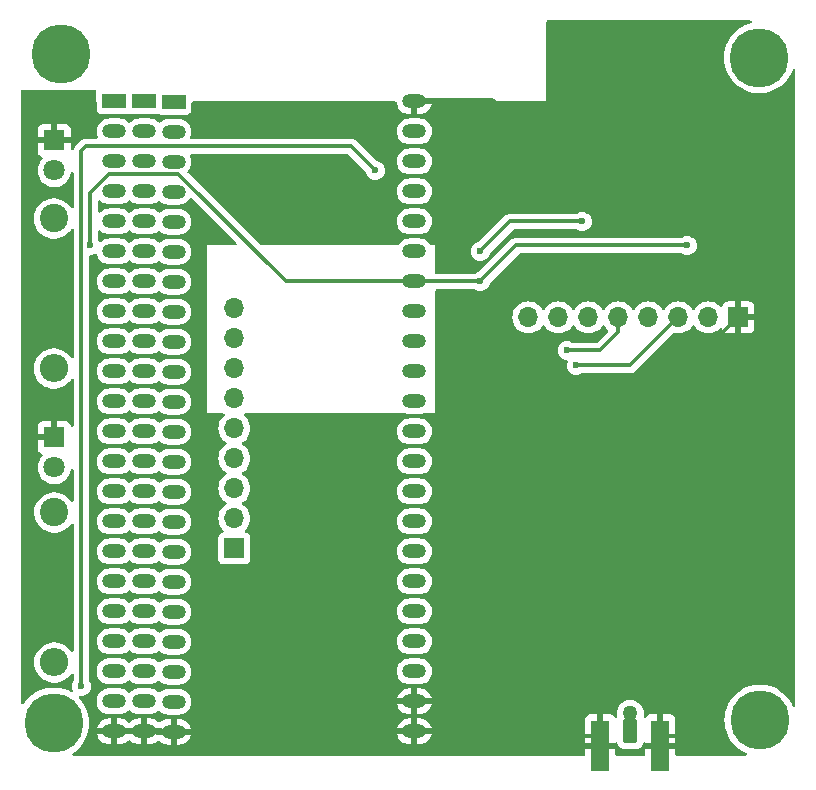
<source format=gbl>
G04 #@! TF.GenerationSoftware,KiCad,Pcbnew,8.0.2*
G04 #@! TF.CreationDate,2024-07-26T13:41:10+02:00*
G04 #@! TF.ProjectId,e07-900m10s-breakout,6530372d-3930-4306-9d31-30732d627265,rev?*
G04 #@! TF.SameCoordinates,Original*
G04 #@! TF.FileFunction,Copper,L2,Bot*
G04 #@! TF.FilePolarity,Positive*
%FSLAX46Y46*%
G04 Gerber Fmt 4.6, Leading zero omitted, Abs format (unit mm)*
G04 Created by KiCad (PCBNEW 8.0.2) date 2024-07-26 13:41:10*
%MOMM*%
%LPD*%
G01*
G04 APERTURE LIST*
G04 Aperture macros list*
%AMRoundRect*
0 Rectangle with rounded corners*
0 $1 Rounding radius*
0 $2 $3 $4 $5 $6 $7 $8 $9 X,Y pos of 4 corners*
0 Add a 4 corners polygon primitive as box body*
4,1,4,$2,$3,$4,$5,$6,$7,$8,$9,$2,$3,0*
0 Add four circle primitives for the rounded corners*
1,1,$1+$1,$2,$3*
1,1,$1+$1,$4,$5*
1,1,$1+$1,$6,$7*
1,1,$1+$1,$8,$9*
0 Add four rect primitives between the rounded corners*
20,1,$1+$1,$2,$3,$4,$5,0*
20,1,$1+$1,$4,$5,$6,$7,0*
20,1,$1+$1,$6,$7,$8,$9,0*
20,1,$1+$1,$8,$9,$2,$3,0*%
G04 Aperture macros list end*
G04 #@! TA.AperFunction,ComponentPad*
%ADD10C,0.800000*%
G04 #@! TD*
G04 #@! TA.AperFunction,ComponentPad*
%ADD11C,5.000000*%
G04 #@! TD*
G04 #@! TA.AperFunction,ComponentPad*
%ADD12C,2.400000*%
G04 #@! TD*
G04 #@! TA.AperFunction,ComponentPad*
%ADD13O,2.400000X2.400000*%
G04 #@! TD*
G04 #@! TA.AperFunction,ComponentPad*
%ADD14R,1.800000X1.800000*%
G04 #@! TD*
G04 #@! TA.AperFunction,ComponentPad*
%ADD15C,1.800000*%
G04 #@! TD*
G04 #@! TA.AperFunction,ComponentPad*
%ADD16R,1.700000X1.700000*%
G04 #@! TD*
G04 #@! TA.AperFunction,ComponentPad*
%ADD17O,1.700000X1.700000*%
G04 #@! TD*
G04 #@! TA.AperFunction,SMDPad,CuDef*
%ADD18RoundRect,0.057150X-0.514350X0.958850X-0.514350X-0.958850X0.514350X-0.958850X0.514350X0.958850X0*%
G04 #@! TD*
G04 #@! TA.AperFunction,ComponentPad*
%ADD19C,1.270000*%
G04 #@! TD*
G04 #@! TA.AperFunction,SMDPad,CuDef*
%ADD20R,1.524000X4.318000*%
G04 #@! TD*
G04 #@! TA.AperFunction,ComponentPad*
%ADD21R,2.000000X1.200000*%
G04 #@! TD*
G04 #@! TA.AperFunction,ComponentPad*
%ADD22O,2.000000X1.200000*%
G04 #@! TD*
G04 #@! TA.AperFunction,ViaPad*
%ADD23C,0.600000*%
G04 #@! TD*
G04 #@! TA.AperFunction,Conductor*
%ADD24C,0.300000*%
G04 #@! TD*
G04 #@! TA.AperFunction,Conductor*
%ADD25C,0.500000*%
G04 #@! TD*
G04 APERTURE END LIST*
D10*
X154390825Y-128579825D03*
X154940000Y-127254000D03*
X154940000Y-129905650D03*
X156265825Y-126704825D03*
D11*
X156265825Y-128579825D03*
D10*
X156265825Y-130454825D03*
X157591650Y-127254000D03*
X157591650Y-129905650D03*
X158140825Y-128579825D03*
D12*
X96486000Y-86106000D03*
D13*
X96486000Y-98806000D03*
D10*
X94589175Y-128833825D03*
X95138350Y-127508000D03*
X95138350Y-130159650D03*
X96464175Y-126958825D03*
D11*
X96464175Y-128833825D03*
D10*
X96464175Y-130708825D03*
X97790000Y-127508000D03*
X97790000Y-130159650D03*
X98339175Y-128833825D03*
D14*
X96520000Y-104648000D03*
D15*
X96520000Y-107188000D03*
D14*
X96520000Y-79502000D03*
D15*
X96520000Y-82042000D03*
D12*
X96520000Y-110998000D03*
D13*
X96520000Y-123698000D03*
D10*
X154335000Y-72487000D03*
X154884175Y-71161175D03*
X154884175Y-73812825D03*
X156210000Y-70612000D03*
D11*
X156210000Y-72487000D03*
D10*
X156210000Y-74362000D03*
X157535825Y-71161175D03*
X157535825Y-73812825D03*
X158085000Y-72487000D03*
D16*
X111760000Y-114046000D03*
D17*
X111760000Y-111506000D03*
X111760000Y-108966000D03*
X111760000Y-106426000D03*
X111760000Y-103886000D03*
X111760000Y-101346000D03*
X111760000Y-98806000D03*
X111760000Y-96266000D03*
X111760000Y-93726000D03*
D18*
X145288000Y-129507250D03*
D19*
X145288000Y-128016000D03*
D20*
X147828000Y-130746500D03*
X142748000Y-130746500D03*
D16*
X154432000Y-94488000D03*
D17*
X151892000Y-94488000D03*
X149352000Y-94488000D03*
X146812000Y-94488000D03*
X144272000Y-94488000D03*
X141732000Y-94488000D03*
X139192000Y-94488000D03*
X136652000Y-94488000D03*
D21*
X101600000Y-76200000D03*
X104140000Y-76200000D03*
X106630000Y-76220000D03*
D22*
X101600000Y-78740000D03*
X104140000Y-78740000D03*
X106630000Y-78760000D03*
X101600000Y-81280000D03*
X104140000Y-81280000D03*
X106630000Y-81300000D03*
X101600000Y-83820000D03*
X104140000Y-83820000D03*
X106630000Y-83840000D03*
X101600000Y-86360000D03*
X104140000Y-86360000D03*
X106630000Y-86380000D03*
X101600000Y-88900000D03*
X104140000Y-88900000D03*
X106630000Y-88920000D03*
X101600000Y-91440000D03*
X104140000Y-91440000D03*
X106630000Y-91460000D03*
X101600000Y-93980000D03*
X104140000Y-93980000D03*
X106630000Y-94000000D03*
X101600000Y-96520000D03*
X104140000Y-96520000D03*
X106630000Y-96540000D03*
X101600000Y-99060000D03*
X104140000Y-99060000D03*
X106630000Y-99080000D03*
X101600000Y-101600000D03*
X104140000Y-101600000D03*
X106630000Y-101620000D03*
X101600000Y-104140000D03*
X104140000Y-104140000D03*
X106630000Y-104160000D03*
X101600000Y-106680000D03*
X104140000Y-106680000D03*
X106630000Y-106700000D03*
X101600000Y-109220000D03*
X104140000Y-109220000D03*
X106630000Y-109240000D03*
X101600000Y-111760000D03*
X104140000Y-111760000D03*
X106630000Y-111780000D03*
X101600000Y-114300000D03*
X104140000Y-114300000D03*
X106630000Y-114320000D03*
X101600000Y-116840000D03*
X104140000Y-116840000D03*
X106630000Y-116860000D03*
X101600000Y-119380000D03*
X104140000Y-119380000D03*
X106630000Y-119400000D03*
X101600000Y-121920000D03*
X104140000Y-121920000D03*
X106630000Y-121940000D03*
X101596320Y-124457280D03*
X104136320Y-124457280D03*
X106626320Y-124477280D03*
X101596320Y-126997280D03*
X104136320Y-126997280D03*
X106626320Y-127017280D03*
X101596320Y-129537280D03*
X104136320Y-129537280D03*
X106626320Y-129557280D03*
X127000000Y-129540000D03*
X127000000Y-127000000D03*
X127000000Y-124460000D03*
X127000000Y-121920000D03*
X127000000Y-119380000D03*
X127000000Y-116840000D03*
X127000000Y-114300000D03*
X127000000Y-111760000D03*
X127000000Y-109220000D03*
X127000000Y-106680000D03*
X127000000Y-104140000D03*
X127000000Y-101600000D03*
X127000000Y-99060000D03*
X127000000Y-96520000D03*
X127000000Y-93980000D03*
X127000000Y-91440000D03*
X127000000Y-88900000D03*
X127000000Y-86360000D03*
X127000000Y-83820000D03*
X127000000Y-81280000D03*
X127000000Y-78740000D03*
X127000000Y-76200000D03*
D10*
X95208825Y-72191825D03*
X95758000Y-70866000D03*
X95758000Y-73517650D03*
X97083825Y-70316825D03*
D11*
X97083825Y-72191825D03*
D10*
X97083825Y-74066825D03*
X98409650Y-70866000D03*
X98409650Y-73517650D03*
X98958825Y-72191825D03*
D23*
X118618000Y-114554000D03*
X137668000Y-118110000D03*
X151892000Y-118110000D03*
X157480000Y-115316000D03*
X134366000Y-127254000D03*
X133858000Y-121412000D03*
X133858000Y-118364000D03*
X140462000Y-76200000D03*
X153162000Y-98044000D03*
X129540000Y-127000000D03*
X124968000Y-127000000D03*
X137653000Y-124714000D03*
X140081000Y-127906000D03*
X138049000Y-129938000D03*
X124968000Y-129540000D03*
X145923000Y-118254000D03*
X138557000Y-126382000D03*
X147193000Y-120032000D03*
X151511000Y-125366000D03*
X144653000Y-120032000D03*
X140589000Y-118254000D03*
X143383000Y-118254000D03*
X154559000Y-121556000D03*
X154178000Y-114554000D03*
X148717000Y-118254000D03*
X150241000Y-127144000D03*
X141859000Y-120032000D03*
X151511000Y-124096000D03*
X109474000Y-129540000D03*
X139319000Y-120032000D03*
X147066000Y-75692000D03*
X149987000Y-120032000D03*
X129032000Y-76200000D03*
X125222000Y-76708000D03*
X134874000Y-105664000D03*
X129540000Y-129540000D03*
X147066000Y-113792000D03*
X121920000Y-121920000D03*
X120973097Y-120973097D03*
X154178000Y-113284000D03*
X119380000Y-129540000D03*
X152273000Y-129430000D03*
X138684000Y-105664000D03*
X154051000Y-125366000D03*
X114300000Y-129540000D03*
X154559000Y-118000000D03*
X139954000Y-97282000D03*
X140716000Y-98552000D03*
X141224000Y-86360000D03*
X132588000Y-88900000D03*
X123698000Y-82042000D03*
X98806000Y-125730000D03*
X99568000Y-88392000D03*
X132588000Y-91440000D03*
X150114000Y-88392000D03*
D24*
X147701000Y-129938000D02*
X147701000Y-126128000D01*
X142621000Y-129938000D02*
X142621000Y-125112000D01*
D25*
X124206000Y-76454000D02*
X124968000Y-76454000D01*
X124968000Y-76454000D02*
X125222000Y-76708000D01*
D24*
X154432000Y-96774000D02*
X153162000Y-98044000D01*
X143256000Y-105664000D02*
X154432000Y-94488000D01*
D25*
X133604000Y-76200000D02*
X127000000Y-76200000D01*
D24*
X154432000Y-94488000D02*
X154432000Y-96774000D01*
X147701000Y-129938000D02*
X149987000Y-129938000D01*
X142621000Y-129938000D02*
X140081000Y-129938000D01*
X134874000Y-105664000D02*
X143256000Y-105664000D01*
D25*
X134366000Y-76962000D02*
X133604000Y-76200000D01*
D24*
X144272000Y-94488000D02*
X144272000Y-95758000D01*
X142748000Y-97282000D02*
X144272000Y-95758000D01*
X139954000Y-97282000D02*
X142748000Y-97282000D01*
X140716000Y-98552000D02*
X145288000Y-98552000D01*
X145288000Y-98552000D02*
X149352000Y-94488000D01*
X98806000Y-125730000D02*
X98806000Y-80370924D01*
X98806000Y-80370924D02*
X99166924Y-80010000D01*
X121666000Y-80010000D02*
X123698000Y-82042000D01*
X99166924Y-80010000D02*
X121666000Y-80010000D01*
X135128000Y-86360000D02*
X141224000Y-86360000D01*
X132588000Y-88900000D02*
X135128000Y-86360000D01*
X99568000Y-83967076D02*
X99568000Y-88392000D01*
X107031221Y-82356297D02*
X101178779Y-82356297D01*
X101178779Y-82356297D02*
X99568000Y-83967076D01*
X132588000Y-91440000D02*
X116114924Y-91440000D01*
X116114924Y-91440000D02*
X107031221Y-82356297D01*
X135636000Y-88392000D02*
X150114000Y-88392000D01*
X132588000Y-91440000D02*
X135636000Y-88392000D01*
G04 #@! TA.AperFunction,Conductor*
G36*
X100019039Y-75216685D02*
G01*
X100064794Y-75269489D01*
X100076000Y-75321000D01*
X100076000Y-76200000D01*
X93718500Y-76200000D01*
X93718500Y-75321000D01*
X93738185Y-75253961D01*
X93790989Y-75208206D01*
X93842500Y-75197000D01*
X99952000Y-75197000D01*
X100019039Y-75216685D01*
G37*
G04 #@! TD.AperFunction*
G04 #@! TA.AperFunction,Conductor*
G36*
X105674997Y-129306965D02*
G01*
X105675388Y-129307280D01*
X106310634Y-129307280D01*
X106306240Y-129311674D01*
X106253579Y-129402886D01*
X106226320Y-129504619D01*
X106226320Y-129609941D01*
X106253579Y-129711674D01*
X106306240Y-129802886D01*
X106310634Y-129807280D01*
X105154682Y-129807280D01*
X105087643Y-129787595D01*
X105087252Y-129787280D01*
X104452006Y-129787280D01*
X104456400Y-129782886D01*
X104509061Y-129691674D01*
X104536320Y-129589941D01*
X104536320Y-129484619D01*
X104509061Y-129382886D01*
X104456400Y-129291674D01*
X104452006Y-129287280D01*
X105607958Y-129287280D01*
X105674997Y-129306965D01*
G37*
G04 #@! TD.AperFunction*
G04 #@! TA.AperFunction,Conductor*
G36*
X103816240Y-129291674D02*
G01*
X103763579Y-129382886D01*
X103736320Y-129484619D01*
X103736320Y-129589941D01*
X103763579Y-129691674D01*
X103816240Y-129782886D01*
X103820634Y-129787280D01*
X101912006Y-129787280D01*
X101916400Y-129782886D01*
X101969061Y-129691674D01*
X101996320Y-129589941D01*
X101996320Y-129484619D01*
X101969061Y-129382886D01*
X101916400Y-129291674D01*
X101912006Y-129287280D01*
X103820634Y-129287280D01*
X103816240Y-129291674D01*
G37*
G04 #@! TD.AperFunction*
G04 #@! TA.AperFunction,Conductor*
G36*
X155506780Y-69354185D02*
G01*
X155552535Y-69406989D01*
X155562479Y-69476147D01*
X155533454Y-69539703D01*
X155474676Y-69577477D01*
X155468337Y-69579158D01*
X155347990Y-69607680D01*
X155347987Y-69607681D01*
X155019547Y-69727223D01*
X155019541Y-69727226D01*
X154707203Y-69884088D01*
X154415194Y-70076146D01*
X154415186Y-70076152D01*
X154147442Y-70300817D01*
X154147440Y-70300819D01*
X153907589Y-70555044D01*
X153907584Y-70555050D01*
X153698870Y-70835402D01*
X153524113Y-71138091D01*
X153524107Y-71138104D01*
X153385674Y-71459027D01*
X153285430Y-71793865D01*
X153285428Y-71793872D01*
X153224739Y-72138061D01*
X153224738Y-72138072D01*
X153204415Y-72486996D01*
X153204415Y-72487003D01*
X153224738Y-72835927D01*
X153224739Y-72835938D01*
X153285428Y-73180127D01*
X153285430Y-73180134D01*
X153385674Y-73514972D01*
X153524107Y-73835895D01*
X153524113Y-73835908D01*
X153698870Y-74138597D01*
X153907584Y-74418949D01*
X153907589Y-74418955D01*
X154031463Y-74550253D01*
X154147442Y-74673183D01*
X154323903Y-74821251D01*
X154415186Y-74897847D01*
X154415194Y-74897853D01*
X154707203Y-75089911D01*
X154707207Y-75089913D01*
X155019549Y-75246777D01*
X155347989Y-75366319D01*
X155688086Y-75446923D01*
X156035241Y-75487500D01*
X156035248Y-75487500D01*
X156384752Y-75487500D01*
X156384759Y-75487500D01*
X156731914Y-75446923D01*
X157072011Y-75366319D01*
X157400451Y-75246777D01*
X157712793Y-75089913D01*
X158004811Y-74897849D01*
X158272558Y-74673183D01*
X158512412Y-74418953D01*
X158721130Y-74138596D01*
X158895889Y-73835904D01*
X159027641Y-73530467D01*
X159072269Y-73476708D01*
X159138877Y-73455610D01*
X159206318Y-73473872D01*
X159253179Y-73525696D01*
X159265500Y-73579582D01*
X159265500Y-127357825D01*
X159245815Y-127424864D01*
X159193011Y-127470619D01*
X159123853Y-127480563D01*
X159060297Y-127451538D01*
X159027641Y-127406939D01*
X158990173Y-127320080D01*
X158951714Y-127230921D01*
X158776955Y-126928229D01*
X158776954Y-126928227D01*
X158568240Y-126647875D01*
X158568235Y-126647869D01*
X158443226Y-126515368D01*
X158328383Y-126393642D01*
X158159292Y-126251758D01*
X158060638Y-126168977D01*
X158060630Y-126168971D01*
X157768621Y-125976913D01*
X157456283Y-125820051D01*
X157456277Y-125820048D01*
X157127837Y-125700506D01*
X157127834Y-125700505D01*
X156787740Y-125619902D01*
X156744344Y-125614829D01*
X156440584Y-125579325D01*
X156091066Y-125579325D01*
X155787305Y-125614829D01*
X155743910Y-125619902D01*
X155743908Y-125619902D01*
X155403815Y-125700505D01*
X155403812Y-125700506D01*
X155075372Y-125820048D01*
X155075366Y-125820051D01*
X154763028Y-125976913D01*
X154471019Y-126168971D01*
X154471011Y-126168977D01*
X154203267Y-126393642D01*
X154203265Y-126393644D01*
X153963414Y-126647869D01*
X153963409Y-126647875D01*
X153754695Y-126928227D01*
X153579938Y-127230916D01*
X153579932Y-127230929D01*
X153441499Y-127551852D01*
X153341255Y-127886690D01*
X153341253Y-127886697D01*
X153280564Y-128230886D01*
X153280563Y-128230897D01*
X153260240Y-128579821D01*
X153260240Y-128579828D01*
X153280563Y-128928752D01*
X153280564Y-128928763D01*
X153341253Y-129272952D01*
X153341255Y-129272959D01*
X153441499Y-129607797D01*
X153579932Y-129928720D01*
X153579938Y-129928733D01*
X153754695Y-130231422D01*
X153963409Y-130511774D01*
X153963414Y-130511780D01*
X154056264Y-130610194D01*
X154203267Y-130766008D01*
X154320199Y-130864125D01*
X154471011Y-130990672D01*
X154471019Y-130990678D01*
X154763028Y-131182736D01*
X154763032Y-131182738D01*
X155075374Y-131339602D01*
X155075382Y-131339604D01*
X155078684Y-131341030D01*
X155078144Y-131342280D01*
X155129923Y-131380404D01*
X155154859Y-131445672D01*
X155140550Y-131514061D01*
X155091538Y-131563857D01*
X155031249Y-131579500D01*
X149214000Y-131579500D01*
X149146961Y-131559815D01*
X149101206Y-131507011D01*
X149090000Y-131455500D01*
X149090000Y-130996500D01*
X146566000Y-130996500D01*
X146566000Y-131455500D01*
X146546315Y-131522539D01*
X146493511Y-131568294D01*
X146442000Y-131579500D01*
X144134000Y-131579500D01*
X144066961Y-131559815D01*
X144021206Y-131507011D01*
X144010000Y-131455500D01*
X144010000Y-130996500D01*
X141486000Y-130996500D01*
X141486000Y-131455500D01*
X141466315Y-131522539D01*
X141413511Y-131568294D01*
X141362000Y-131579500D01*
X98164098Y-131579500D01*
X98097059Y-131559815D01*
X98051304Y-131507011D01*
X98041360Y-131437853D01*
X98070385Y-131374297D01*
X98095959Y-131351900D01*
X98258980Y-131244678D01*
X98258980Y-131244677D01*
X98258986Y-131244674D01*
X98526733Y-131020008D01*
X98766587Y-130765778D01*
X98975305Y-130485421D01*
X99150064Y-130182729D01*
X99288501Y-129861796D01*
X99388744Y-129526961D01*
X99392684Y-129504619D01*
X99431006Y-129287279D01*
X100122204Y-129287279D01*
X100122205Y-129287280D01*
X101280634Y-129287280D01*
X101276240Y-129291674D01*
X101223579Y-129382886D01*
X101196320Y-129484619D01*
X101196320Y-129589941D01*
X101223579Y-129691674D01*
X101276240Y-129782886D01*
X101280634Y-129787280D01*
X100122205Y-129787280D01*
X100123405Y-129794864D01*
X100176911Y-129959535D01*
X100255515Y-130113804D01*
X100357287Y-130253882D01*
X100479717Y-130376312D01*
X100619795Y-130478084D01*
X100774062Y-130556688D01*
X100938735Y-130610194D01*
X101109749Y-130637280D01*
X101346320Y-130637280D01*
X101346320Y-129852966D01*
X101350714Y-129857360D01*
X101441926Y-129910021D01*
X101543659Y-129937280D01*
X101648981Y-129937280D01*
X101750714Y-129910021D01*
X101841926Y-129857360D01*
X101846320Y-129852966D01*
X101846320Y-130637280D01*
X102082891Y-130637280D01*
X102253904Y-130610194D01*
X102418577Y-130556688D01*
X102572844Y-130478084D01*
X102712922Y-130376312D01*
X102778639Y-130310596D01*
X102839962Y-130277111D01*
X102909654Y-130282095D01*
X102954001Y-130310596D01*
X103019717Y-130376312D01*
X103159795Y-130478084D01*
X103314062Y-130556688D01*
X103478735Y-130610194D01*
X103649749Y-130637280D01*
X103886320Y-130637280D01*
X103886320Y-129852966D01*
X103890714Y-129857360D01*
X103981926Y-129910021D01*
X104083659Y-129937280D01*
X104188981Y-129937280D01*
X104290714Y-129910021D01*
X104381926Y-129857360D01*
X104386320Y-129852966D01*
X104386320Y-130637280D01*
X104622891Y-130637280D01*
X104793904Y-130610194D01*
X104958577Y-130556688D01*
X105112844Y-130478084D01*
X105252917Y-130376315D01*
X105283636Y-130345597D01*
X105344959Y-130312111D01*
X105414651Y-130317095D01*
X105458999Y-130345595D01*
X105509717Y-130396312D01*
X105649795Y-130498084D01*
X105804062Y-130576688D01*
X105968735Y-130630194D01*
X106139749Y-130657280D01*
X106376320Y-130657280D01*
X106376320Y-129872966D01*
X106380714Y-129877360D01*
X106471926Y-129930021D01*
X106573659Y-129957280D01*
X106678981Y-129957280D01*
X106780714Y-129930021D01*
X106871926Y-129877360D01*
X106876320Y-129872966D01*
X106876320Y-130657280D01*
X107112891Y-130657280D01*
X107283904Y-130630194D01*
X107448577Y-130576688D01*
X107602844Y-130498084D01*
X107742922Y-130396312D01*
X107865352Y-130273882D01*
X107967124Y-130133804D01*
X108045728Y-129979535D01*
X108099234Y-129814864D01*
X108100435Y-129807280D01*
X106942006Y-129807280D01*
X106946400Y-129802886D01*
X106999061Y-129711674D01*
X107026320Y-129609941D01*
X107026320Y-129504619D01*
X106999061Y-129402886D01*
X106946400Y-129311674D01*
X106942006Y-129307280D01*
X108100435Y-129307280D01*
X108100435Y-129307279D01*
X108099234Y-129299695D01*
X108096084Y-129289999D01*
X125525884Y-129289999D01*
X125525885Y-129290000D01*
X126684314Y-129290000D01*
X126679920Y-129294394D01*
X126627259Y-129385606D01*
X126600000Y-129487339D01*
X126600000Y-129592661D01*
X126627259Y-129694394D01*
X126679920Y-129785606D01*
X126684314Y-129790000D01*
X125525885Y-129790000D01*
X125527085Y-129797584D01*
X125580591Y-129962255D01*
X125659195Y-130116524D01*
X125760967Y-130256602D01*
X125883397Y-130379032D01*
X126023475Y-130480804D01*
X126177742Y-130559408D01*
X126342415Y-130612914D01*
X126513429Y-130640000D01*
X126750000Y-130640000D01*
X126750000Y-129855686D01*
X126754394Y-129860080D01*
X126845606Y-129912741D01*
X126947339Y-129940000D01*
X127052661Y-129940000D01*
X127154394Y-129912741D01*
X127245606Y-129860080D01*
X127250000Y-129855686D01*
X127250000Y-130640000D01*
X127486571Y-130640000D01*
X127657584Y-130612914D01*
X127822257Y-130559408D01*
X127976524Y-130480804D01*
X128116602Y-130379032D01*
X128239032Y-130256602D01*
X128340804Y-130116524D01*
X128419408Y-129962255D01*
X128472914Y-129797584D01*
X128474115Y-129790000D01*
X127315686Y-129790000D01*
X127320080Y-129785606D01*
X127372741Y-129694394D01*
X127400000Y-129592661D01*
X127400000Y-129487339D01*
X127372741Y-129385606D01*
X127320080Y-129294394D01*
X127315686Y-129290000D01*
X128474115Y-129290000D01*
X128474115Y-129289999D01*
X128472914Y-129282415D01*
X128419408Y-129117744D01*
X128340804Y-128963475D01*
X128239032Y-128823397D01*
X128116602Y-128700967D01*
X127976524Y-128599195D01*
X127859672Y-128539655D01*
X141486000Y-128539655D01*
X141486000Y-130496500D01*
X142498000Y-130496500D01*
X142498000Y-128087500D01*
X142998000Y-128087500D01*
X142998000Y-130496500D01*
X144009999Y-130496500D01*
X144012111Y-130494388D01*
X144073433Y-130460902D01*
X144143125Y-130465886D01*
X144199059Y-130507756D01*
X144222908Y-130567282D01*
X144226762Y-130599372D01*
X144226762Y-130599373D01*
X144282998Y-130741980D01*
X144282999Y-130741982D01*
X144301219Y-130766008D01*
X144375625Y-130864125D01*
X144497770Y-130956752D01*
X144640377Y-131012988D01*
X144729992Y-131023750D01*
X145846008Y-131023750D01*
X145935623Y-131012988D01*
X146078230Y-130956752D01*
X146200375Y-130864125D01*
X146293002Y-130741980D01*
X146349238Y-130599373D01*
X146353092Y-130567280D01*
X146380627Y-130503070D01*
X146438509Y-130463937D01*
X146508360Y-130462309D01*
X146563887Y-130494387D01*
X146566000Y-130496500D01*
X147578000Y-130496500D01*
X148078000Y-130496500D01*
X149090000Y-130496500D01*
X149090000Y-128539672D01*
X149089999Y-128539655D01*
X149083598Y-128480127D01*
X149083596Y-128480120D01*
X149033354Y-128345413D01*
X149033350Y-128345406D01*
X148947190Y-128230312D01*
X148947187Y-128230309D01*
X148832093Y-128144149D01*
X148832086Y-128144145D01*
X148697379Y-128093903D01*
X148697372Y-128093901D01*
X148637844Y-128087500D01*
X148078000Y-128087500D01*
X148078000Y-130496500D01*
X147578000Y-130496500D01*
X147578000Y-128087500D01*
X147018155Y-128087500D01*
X146958627Y-128093901D01*
X146958620Y-128093903D01*
X146823913Y-128144145D01*
X146823906Y-128144149D01*
X146708812Y-128230309D01*
X146625108Y-128342122D01*
X146569174Y-128383992D01*
X146499482Y-128388976D01*
X146438159Y-128355490D01*
X146404675Y-128294166D01*
X146406577Y-128233872D01*
X146408948Y-128225542D01*
X146428365Y-128016000D01*
X146408948Y-127806458D01*
X146351359Y-127604053D01*
X146257558Y-127415675D01*
X146130740Y-127247741D01*
X146117767Y-127235915D01*
X145975223Y-127105969D01*
X145975221Y-127105967D01*
X145796307Y-126995188D01*
X145796301Y-126995185D01*
X145641648Y-126935273D01*
X145600076Y-126919168D01*
X145393220Y-126880500D01*
X145182780Y-126880500D01*
X144975924Y-126919168D01*
X144975921Y-126919168D01*
X144975921Y-126919169D01*
X144779698Y-126995185D01*
X144779692Y-126995188D01*
X144600778Y-127105967D01*
X144600776Y-127105969D01*
X144445261Y-127247739D01*
X144318442Y-127415674D01*
X144224642Y-127604049D01*
X144224641Y-127604053D01*
X144167225Y-127805852D01*
X144167051Y-127806462D01*
X144147635Y-128015999D01*
X144147635Y-128016000D01*
X144167051Y-128225539D01*
X144167052Y-128225542D01*
X144169421Y-128233869D01*
X144169424Y-128233877D01*
X144168836Y-128303744D01*
X144130569Y-128362202D01*
X144066772Y-128390692D01*
X143997699Y-128380167D01*
X143950891Y-128342121D01*
X143867190Y-128230312D01*
X143867187Y-128230309D01*
X143752093Y-128144149D01*
X143752086Y-128144145D01*
X143617379Y-128093903D01*
X143617372Y-128093901D01*
X143557844Y-128087500D01*
X142998000Y-128087500D01*
X142498000Y-128087500D01*
X141938155Y-128087500D01*
X141878627Y-128093901D01*
X141878620Y-128093903D01*
X141743913Y-128144145D01*
X141743906Y-128144149D01*
X141628812Y-128230309D01*
X141628809Y-128230312D01*
X141542649Y-128345406D01*
X141542645Y-128345413D01*
X141492403Y-128480120D01*
X141492401Y-128480127D01*
X141486000Y-128539655D01*
X127859672Y-128539655D01*
X127822257Y-128520591D01*
X127657584Y-128467085D01*
X127486571Y-128440000D01*
X127250000Y-128440000D01*
X127250000Y-129224314D01*
X127245606Y-129219920D01*
X127154394Y-129167259D01*
X127052661Y-129140000D01*
X126947339Y-129140000D01*
X126845606Y-129167259D01*
X126754394Y-129219920D01*
X126750000Y-129224314D01*
X126750000Y-128440000D01*
X126513429Y-128440000D01*
X126342415Y-128467085D01*
X126177742Y-128520591D01*
X126023475Y-128599195D01*
X125883397Y-128700967D01*
X125760967Y-128823397D01*
X125659195Y-128963475D01*
X125580591Y-129117744D01*
X125527085Y-129282415D01*
X125525884Y-129289999D01*
X108096084Y-129289999D01*
X108045728Y-129135024D01*
X107967124Y-128980755D01*
X107865352Y-128840677D01*
X107742922Y-128718247D01*
X107602844Y-128616475D01*
X107448577Y-128537871D01*
X107283904Y-128484365D01*
X107112891Y-128457280D01*
X106876320Y-128457280D01*
X106876320Y-129241594D01*
X106871926Y-129237200D01*
X106780714Y-129184539D01*
X106678981Y-129157280D01*
X106573659Y-129157280D01*
X106471926Y-129184539D01*
X106380714Y-129237200D01*
X106376320Y-129241594D01*
X106376320Y-128457280D01*
X106139749Y-128457280D01*
X105968735Y-128484365D01*
X105804062Y-128537871D01*
X105649791Y-128616478D01*
X105509718Y-128718246D01*
X105478999Y-128748965D01*
X105417675Y-128782449D01*
X105347984Y-128777463D01*
X105303638Y-128748963D01*
X105252922Y-128698247D01*
X105112844Y-128596475D01*
X104958577Y-128517871D01*
X104793904Y-128464365D01*
X104622891Y-128437280D01*
X104386320Y-128437280D01*
X104386320Y-129221594D01*
X104381926Y-129217200D01*
X104290714Y-129164539D01*
X104188981Y-129137280D01*
X104083659Y-129137280D01*
X103981926Y-129164539D01*
X103890714Y-129217200D01*
X103886320Y-129221594D01*
X103886320Y-128437280D01*
X103649749Y-128437280D01*
X103478735Y-128464365D01*
X103314062Y-128517871D01*
X103159795Y-128596475D01*
X103019717Y-128698247D01*
X102954001Y-128763964D01*
X102892678Y-128797449D01*
X102822986Y-128792465D01*
X102778639Y-128763964D01*
X102712922Y-128698247D01*
X102572844Y-128596475D01*
X102418577Y-128517871D01*
X102253904Y-128464365D01*
X102082891Y-128437280D01*
X101846320Y-128437280D01*
X101846320Y-129221594D01*
X101841926Y-129217200D01*
X101750714Y-129164539D01*
X101648981Y-129137280D01*
X101543659Y-129137280D01*
X101441926Y-129164539D01*
X101350714Y-129217200D01*
X101346320Y-129221594D01*
X101346320Y-128437280D01*
X101109749Y-128437280D01*
X100938735Y-128464365D01*
X100774062Y-128517871D01*
X100619795Y-128596475D01*
X100479717Y-128698247D01*
X100357287Y-128820677D01*
X100255515Y-128960755D01*
X100176911Y-129115024D01*
X100123405Y-129279695D01*
X100122204Y-129287279D01*
X99431006Y-129287279D01*
X99449435Y-129182763D01*
X99449434Y-129182763D01*
X99449437Y-129182752D01*
X99469760Y-128833825D01*
X99449437Y-128484898D01*
X99446296Y-128467085D01*
X99388746Y-128140697D01*
X99388744Y-128140690D01*
X99381885Y-128117780D01*
X99288501Y-127805854D01*
X99150064Y-127484921D01*
X99003417Y-127230921D01*
X98975304Y-127182227D01*
X98773137Y-126910669D01*
X100095820Y-126910669D01*
X100095820Y-127083891D01*
X100099317Y-127105969D01*
X100119108Y-127230929D01*
X100122918Y-127254981D01*
X100156334Y-127357825D01*
X100176448Y-127419727D01*
X100255088Y-127574068D01*
X100356906Y-127714208D01*
X100479392Y-127836694D01*
X100619532Y-127938512D01*
X100773875Y-128017153D01*
X100938619Y-128070682D01*
X101109709Y-128097780D01*
X101109710Y-128097780D01*
X102082930Y-128097780D01*
X102082931Y-128097780D01*
X102254021Y-128070682D01*
X102418765Y-128017153D01*
X102573108Y-127938512D01*
X102713248Y-127836694D01*
X102778639Y-127771303D01*
X102839962Y-127737818D01*
X102909654Y-127742802D01*
X102954001Y-127771303D01*
X103019392Y-127836694D01*
X103159532Y-127938512D01*
X103313875Y-128017153D01*
X103478619Y-128070682D01*
X103649709Y-128097780D01*
X103649710Y-128097780D01*
X104622930Y-128097780D01*
X104622931Y-128097780D01*
X104794021Y-128070682D01*
X104958765Y-128017153D01*
X105113108Y-127938512D01*
X105253248Y-127836694D01*
X105283638Y-127806303D01*
X105344960Y-127772818D01*
X105414652Y-127777802D01*
X105459001Y-127806303D01*
X105509392Y-127856694D01*
X105649532Y-127958512D01*
X105803875Y-128037153D01*
X105968619Y-128090682D01*
X106139709Y-128117780D01*
X106139710Y-128117780D01*
X107112930Y-128117780D01*
X107112931Y-128117780D01*
X107284021Y-128090682D01*
X107448765Y-128037153D01*
X107603108Y-127958512D01*
X107743248Y-127856694D01*
X107865734Y-127734208D01*
X107967552Y-127594068D01*
X108046193Y-127439725D01*
X108099722Y-127274981D01*
X108126820Y-127103891D01*
X108126820Y-126930669D01*
X108099722Y-126759579D01*
X108096609Y-126749999D01*
X125525884Y-126749999D01*
X125525885Y-126750000D01*
X126684314Y-126750000D01*
X126679920Y-126754394D01*
X126627259Y-126845606D01*
X126600000Y-126947339D01*
X126600000Y-127052661D01*
X126627259Y-127154394D01*
X126679920Y-127245606D01*
X126684314Y-127250000D01*
X125525885Y-127250000D01*
X125527085Y-127257584D01*
X125580591Y-127422255D01*
X125659195Y-127576524D01*
X125760967Y-127716602D01*
X125883397Y-127839032D01*
X126023475Y-127940804D01*
X126177742Y-128019408D01*
X126342415Y-128072914D01*
X126513429Y-128100000D01*
X126750000Y-128100000D01*
X126750000Y-127315686D01*
X126754394Y-127320080D01*
X126845606Y-127372741D01*
X126947339Y-127400000D01*
X127052661Y-127400000D01*
X127154394Y-127372741D01*
X127245606Y-127320080D01*
X127250000Y-127315686D01*
X127250000Y-128100000D01*
X127486571Y-128100000D01*
X127657584Y-128072914D01*
X127822257Y-128019408D01*
X127976524Y-127940804D01*
X128116602Y-127839032D01*
X128239032Y-127716602D01*
X128340804Y-127576524D01*
X128419408Y-127422255D01*
X128472914Y-127257584D01*
X128474115Y-127250000D01*
X127315686Y-127250000D01*
X127320080Y-127245606D01*
X127372741Y-127154394D01*
X127400000Y-127052661D01*
X127400000Y-126947339D01*
X127372741Y-126845606D01*
X127320080Y-126754394D01*
X127315686Y-126750000D01*
X128474115Y-126750000D01*
X128474115Y-126749999D01*
X128472914Y-126742415D01*
X128419408Y-126577744D01*
X128340804Y-126423475D01*
X128239032Y-126283397D01*
X128116602Y-126160967D01*
X127976524Y-126059195D01*
X127822257Y-125980591D01*
X127657584Y-125927085D01*
X127486571Y-125900000D01*
X127250000Y-125900000D01*
X127250000Y-126684314D01*
X127245606Y-126679920D01*
X127154394Y-126627259D01*
X127052661Y-126600000D01*
X126947339Y-126600000D01*
X126845606Y-126627259D01*
X126754394Y-126679920D01*
X126750000Y-126684314D01*
X126750000Y-125900000D01*
X126513429Y-125900000D01*
X126342415Y-125927085D01*
X126177742Y-125980591D01*
X126023475Y-126059195D01*
X125883397Y-126160967D01*
X125760967Y-126283397D01*
X125659195Y-126423475D01*
X125580591Y-126577744D01*
X125527085Y-126742415D01*
X125525884Y-126749999D01*
X108096609Y-126749999D01*
X108046193Y-126594835D01*
X107967552Y-126440492D01*
X107865734Y-126300352D01*
X107743248Y-126177866D01*
X107603108Y-126076048D01*
X107448765Y-125997407D01*
X107284021Y-125943878D01*
X107284019Y-125943877D01*
X107284018Y-125943877D01*
X107152591Y-125923061D01*
X107112931Y-125916780D01*
X106139709Y-125916780D01*
X106100048Y-125923061D01*
X105968622Y-125943877D01*
X105803872Y-125997408D01*
X105649531Y-126076048D01*
X105509392Y-126177866D01*
X105478998Y-126208259D01*
X105417674Y-126241742D01*
X105347982Y-126236755D01*
X105303638Y-126208256D01*
X105253250Y-126157868D01*
X105253248Y-126157866D01*
X105113108Y-126056048D01*
X104958765Y-125977407D01*
X104794021Y-125923878D01*
X104794019Y-125923877D01*
X104794018Y-125923877D01*
X104643261Y-125900000D01*
X104622931Y-125896780D01*
X103649709Y-125896780D01*
X103629379Y-125900000D01*
X103478622Y-125923877D01*
X103478619Y-125923878D01*
X103315399Y-125976912D01*
X103313872Y-125977408D01*
X103159531Y-126056048D01*
X103081662Y-126112624D01*
X103019392Y-126157866D01*
X103019390Y-126157868D01*
X103019389Y-126157868D01*
X102954001Y-126223257D01*
X102892678Y-126256742D01*
X102822986Y-126251758D01*
X102778639Y-126223257D01*
X102713250Y-126157868D01*
X102713248Y-126157866D01*
X102573108Y-126056048D01*
X102418765Y-125977407D01*
X102254021Y-125923878D01*
X102254019Y-125923877D01*
X102254018Y-125923877D01*
X102103261Y-125900000D01*
X102082931Y-125896780D01*
X101109709Y-125896780D01*
X101089379Y-125900000D01*
X100938622Y-125923877D01*
X100938619Y-125923878D01*
X100775399Y-125976912D01*
X100773872Y-125977408D01*
X100619531Y-126056048D01*
X100541662Y-126112624D01*
X100479392Y-126157866D01*
X100479390Y-126157868D01*
X100479389Y-126157868D01*
X100356908Y-126280349D01*
X100356908Y-126280350D01*
X100356906Y-126280352D01*
X100342377Y-126300350D01*
X100255088Y-126420491D01*
X100176448Y-126574832D01*
X100122917Y-126739582D01*
X100106125Y-126845606D01*
X100095820Y-126910669D01*
X98773137Y-126910669D01*
X98766590Y-126901875D01*
X98766585Y-126901869D01*
X98607490Y-126733239D01*
X98575802Y-126670968D01*
X98582812Y-126601451D01*
X98626292Y-126546759D01*
X98692439Y-126524256D01*
X98711565Y-126524924D01*
X98751885Y-126529467D01*
X98805998Y-126535565D01*
X98806000Y-126535565D01*
X98806004Y-126535565D01*
X98985249Y-126515369D01*
X98985252Y-126515368D01*
X98985255Y-126515368D01*
X99155522Y-126455789D01*
X99308262Y-126359816D01*
X99435816Y-126232262D01*
X99531789Y-126079522D01*
X99591368Y-125909255D01*
X99592774Y-125896780D01*
X99611565Y-125730003D01*
X99611565Y-125729996D01*
X99591369Y-125550750D01*
X99591366Y-125550737D01*
X99531790Y-125380481D01*
X99531789Y-125380478D01*
X99491709Y-125316691D01*
X99475506Y-125290903D01*
X99456500Y-125224931D01*
X99456500Y-124370669D01*
X100095820Y-124370669D01*
X100095820Y-124543890D01*
X100120013Y-124696644D01*
X100122918Y-124714981D01*
X100176447Y-124879725D01*
X100255088Y-125034068D01*
X100356906Y-125174208D01*
X100479392Y-125296694D01*
X100619532Y-125398512D01*
X100773875Y-125477153D01*
X100938619Y-125530682D01*
X101109709Y-125557780D01*
X101109710Y-125557780D01*
X102082930Y-125557780D01*
X102082931Y-125557780D01*
X102254021Y-125530682D01*
X102418765Y-125477153D01*
X102573108Y-125398512D01*
X102713248Y-125296694D01*
X102778639Y-125231303D01*
X102839962Y-125197818D01*
X102909654Y-125202802D01*
X102954001Y-125231303D01*
X103019392Y-125296694D01*
X103159532Y-125398512D01*
X103313875Y-125477153D01*
X103478619Y-125530682D01*
X103649709Y-125557780D01*
X103649710Y-125557780D01*
X104622930Y-125557780D01*
X104622931Y-125557780D01*
X104794021Y-125530682D01*
X104958765Y-125477153D01*
X105113108Y-125398512D01*
X105253248Y-125296694D01*
X105283638Y-125266303D01*
X105344960Y-125232818D01*
X105414652Y-125237802D01*
X105459001Y-125266303D01*
X105509392Y-125316694D01*
X105649532Y-125418512D01*
X105803875Y-125497153D01*
X105968619Y-125550682D01*
X106139709Y-125577780D01*
X106139710Y-125577780D01*
X107112930Y-125577780D01*
X107112931Y-125577780D01*
X107284021Y-125550682D01*
X107448765Y-125497153D01*
X107603108Y-125418512D01*
X107743248Y-125316694D01*
X107865734Y-125194208D01*
X107967552Y-125054068D01*
X108046193Y-124899725D01*
X108099722Y-124734981D01*
X108126820Y-124563891D01*
X108126820Y-124390669D01*
X108124083Y-124373389D01*
X125499500Y-124373389D01*
X125499500Y-124546610D01*
X125526166Y-124714977D01*
X125526598Y-124717701D01*
X125580127Y-124882445D01*
X125658768Y-125036788D01*
X125760586Y-125176928D01*
X125883072Y-125299414D01*
X126023212Y-125401232D01*
X126177555Y-125479873D01*
X126342299Y-125533402D01*
X126513389Y-125560500D01*
X126513390Y-125560500D01*
X127486610Y-125560500D01*
X127486611Y-125560500D01*
X127657701Y-125533402D01*
X127822445Y-125479873D01*
X127976788Y-125401232D01*
X128116928Y-125299414D01*
X128239414Y-125176928D01*
X128341232Y-125036788D01*
X128419873Y-124882445D01*
X128473402Y-124717701D01*
X128500500Y-124546611D01*
X128500500Y-124373389D01*
X128473402Y-124202299D01*
X128419873Y-124037555D01*
X128341232Y-123883212D01*
X128239414Y-123743072D01*
X128116928Y-123620586D01*
X127976788Y-123518768D01*
X127822445Y-123440127D01*
X127657701Y-123386598D01*
X127657699Y-123386597D01*
X127657698Y-123386597D01*
X127526271Y-123365781D01*
X127486611Y-123359500D01*
X126513389Y-123359500D01*
X126473728Y-123365781D01*
X126342302Y-123386597D01*
X126177552Y-123440128D01*
X126023211Y-123518768D01*
X125943256Y-123576859D01*
X125883072Y-123620586D01*
X125883070Y-123620588D01*
X125883069Y-123620588D01*
X125760588Y-123743069D01*
X125760588Y-123743070D01*
X125760586Y-123743072D01*
X125731977Y-123782449D01*
X125658768Y-123883211D01*
X125580128Y-124037552D01*
X125526597Y-124202302D01*
X125499500Y-124373389D01*
X108124083Y-124373389D01*
X108099722Y-124219579D01*
X108046193Y-124054835D01*
X107967552Y-123900492D01*
X107865734Y-123760352D01*
X107743248Y-123637866D01*
X107603108Y-123536048D01*
X107448765Y-123457407D01*
X107284021Y-123403878D01*
X107284019Y-123403877D01*
X107284018Y-123403877D01*
X107152591Y-123383061D01*
X107112931Y-123376780D01*
X106139709Y-123376780D01*
X106100048Y-123383061D01*
X105968622Y-123403877D01*
X105803872Y-123457408D01*
X105649531Y-123536048D01*
X105509392Y-123637866D01*
X105478998Y-123668259D01*
X105417674Y-123701742D01*
X105347982Y-123696755D01*
X105303638Y-123668256D01*
X105253250Y-123617868D01*
X105253248Y-123617866D01*
X105113108Y-123516048D01*
X104971400Y-123443845D01*
X104958767Y-123437408D01*
X104958766Y-123437407D01*
X104958765Y-123437407D01*
X104794021Y-123383878D01*
X104794019Y-123383877D01*
X104794018Y-123383877D01*
X104640104Y-123359500D01*
X104622931Y-123356780D01*
X103649709Y-123356780D01*
X103632536Y-123359500D01*
X103478622Y-123383877D01*
X103313872Y-123437408D01*
X103159531Y-123516048D01*
X103132004Y-123536048D01*
X103019392Y-123617866D01*
X103019390Y-123617868D01*
X103019389Y-123617868D01*
X102954001Y-123683257D01*
X102892678Y-123716742D01*
X102822986Y-123711758D01*
X102778639Y-123683257D01*
X102713250Y-123617868D01*
X102713248Y-123617866D01*
X102573108Y-123516048D01*
X102431400Y-123443845D01*
X102418767Y-123437408D01*
X102418766Y-123437407D01*
X102418765Y-123437407D01*
X102254021Y-123383878D01*
X102254019Y-123383877D01*
X102254018Y-123383877D01*
X102100104Y-123359500D01*
X102082931Y-123356780D01*
X101109709Y-123356780D01*
X101092536Y-123359500D01*
X100938622Y-123383877D01*
X100773872Y-123437408D01*
X100619531Y-123516048D01*
X100592004Y-123536048D01*
X100479392Y-123617866D01*
X100479390Y-123617868D01*
X100479389Y-123617868D01*
X100356908Y-123740349D01*
X100356908Y-123740350D01*
X100356906Y-123740352D01*
X100342377Y-123760350D01*
X100255088Y-123880491D01*
X100176448Y-124034832D01*
X100122917Y-124199582D01*
X100095820Y-124370669D01*
X99456500Y-124370669D01*
X99456500Y-121833389D01*
X100099500Y-121833389D01*
X100099500Y-122006611D01*
X100126598Y-122177701D01*
X100180127Y-122342445D01*
X100258768Y-122496788D01*
X100360586Y-122636928D01*
X100483072Y-122759414D01*
X100623212Y-122861232D01*
X100777555Y-122939873D01*
X100942299Y-122993402D01*
X101113389Y-123020500D01*
X101113390Y-123020500D01*
X102086610Y-123020500D01*
X102086611Y-123020500D01*
X102257701Y-122993402D01*
X102422445Y-122939873D01*
X102576788Y-122861232D01*
X102716928Y-122759414D01*
X102782319Y-122694023D01*
X102843642Y-122660538D01*
X102913334Y-122665522D01*
X102957681Y-122694023D01*
X103023072Y-122759414D01*
X103163212Y-122861232D01*
X103317555Y-122939873D01*
X103482299Y-122993402D01*
X103653389Y-123020500D01*
X103653390Y-123020500D01*
X104626610Y-123020500D01*
X104626611Y-123020500D01*
X104797701Y-122993402D01*
X104962445Y-122939873D01*
X105116788Y-122861232D01*
X105256928Y-122759414D01*
X105287318Y-122729023D01*
X105348640Y-122695538D01*
X105418332Y-122700522D01*
X105462681Y-122729023D01*
X105513072Y-122779414D01*
X105653212Y-122881232D01*
X105807555Y-122959873D01*
X105972299Y-123013402D01*
X106143389Y-123040500D01*
X106143390Y-123040500D01*
X107116610Y-123040500D01*
X107116611Y-123040500D01*
X107287701Y-123013402D01*
X107452445Y-122959873D01*
X107606788Y-122881232D01*
X107746928Y-122779414D01*
X107869414Y-122656928D01*
X107971232Y-122516788D01*
X108049873Y-122362445D01*
X108103402Y-122197701D01*
X108130500Y-122026611D01*
X108130500Y-121853389D01*
X108127332Y-121833389D01*
X125499500Y-121833389D01*
X125499500Y-122006611D01*
X125526598Y-122177701D01*
X125580127Y-122342445D01*
X125658768Y-122496788D01*
X125760586Y-122636928D01*
X125883072Y-122759414D01*
X126023212Y-122861232D01*
X126177555Y-122939873D01*
X126342299Y-122993402D01*
X126513389Y-123020500D01*
X126513390Y-123020500D01*
X127486610Y-123020500D01*
X127486611Y-123020500D01*
X127657701Y-122993402D01*
X127822445Y-122939873D01*
X127976788Y-122861232D01*
X128116928Y-122759414D01*
X128239414Y-122636928D01*
X128341232Y-122496788D01*
X128419873Y-122342445D01*
X128473402Y-122177701D01*
X128500500Y-122006611D01*
X128500500Y-121833389D01*
X128473402Y-121662299D01*
X128419873Y-121497555D01*
X128341232Y-121343212D01*
X128239414Y-121203072D01*
X128116928Y-121080586D01*
X127976788Y-120978768D01*
X127822445Y-120900127D01*
X127657701Y-120846598D01*
X127657699Y-120846597D01*
X127657698Y-120846597D01*
X127526271Y-120825781D01*
X127486611Y-120819500D01*
X126513389Y-120819500D01*
X126473728Y-120825781D01*
X126342302Y-120846597D01*
X126177552Y-120900128D01*
X126023211Y-120978768D01*
X125995684Y-120998768D01*
X125883072Y-121080586D01*
X125883070Y-121080588D01*
X125883069Y-121080588D01*
X125760588Y-121203069D01*
X125760588Y-121203070D01*
X125760586Y-121203072D01*
X125746057Y-121223070D01*
X125658768Y-121343211D01*
X125580128Y-121497552D01*
X125526597Y-121662302D01*
X125499500Y-121833389D01*
X108127332Y-121833389D01*
X108103402Y-121682299D01*
X108049873Y-121517555D01*
X107971232Y-121363212D01*
X107869414Y-121223072D01*
X107746928Y-121100586D01*
X107606788Y-120998768D01*
X107452445Y-120920127D01*
X107287701Y-120866598D01*
X107287699Y-120866597D01*
X107287698Y-120866597D01*
X107156271Y-120845781D01*
X107116611Y-120839500D01*
X106143389Y-120839500D01*
X106103728Y-120845781D01*
X105972302Y-120866597D01*
X105807552Y-120920128D01*
X105653211Y-120998768D01*
X105513072Y-121100586D01*
X105482678Y-121130979D01*
X105421354Y-121164462D01*
X105351662Y-121159475D01*
X105307318Y-121130976D01*
X105256930Y-121080588D01*
X105256928Y-121080586D01*
X105116788Y-120978768D01*
X104962445Y-120900127D01*
X104797701Y-120846598D01*
X104797699Y-120846597D01*
X104797698Y-120846597D01*
X104666271Y-120825781D01*
X104626611Y-120819500D01*
X103653389Y-120819500D01*
X103613728Y-120825781D01*
X103482302Y-120846597D01*
X103317552Y-120900128D01*
X103163211Y-120978768D01*
X103135684Y-120998768D01*
X103023072Y-121080586D01*
X103023070Y-121080588D01*
X103023069Y-121080588D01*
X102957681Y-121145977D01*
X102896358Y-121179462D01*
X102826666Y-121174478D01*
X102782319Y-121145977D01*
X102716930Y-121080588D01*
X102716928Y-121080586D01*
X102576788Y-120978768D01*
X102422445Y-120900127D01*
X102257701Y-120846598D01*
X102257699Y-120846597D01*
X102257698Y-120846597D01*
X102126271Y-120825781D01*
X102086611Y-120819500D01*
X101113389Y-120819500D01*
X101073728Y-120825781D01*
X100942302Y-120846597D01*
X100777552Y-120900128D01*
X100623211Y-120978768D01*
X100595684Y-120998768D01*
X100483072Y-121080586D01*
X100483070Y-121080588D01*
X100483069Y-121080588D01*
X100360588Y-121203069D01*
X100360588Y-121203070D01*
X100360586Y-121203072D01*
X100346057Y-121223070D01*
X100258768Y-121343211D01*
X100180128Y-121497552D01*
X100126597Y-121662302D01*
X100099500Y-121833389D01*
X99456500Y-121833389D01*
X99456500Y-119293389D01*
X100099500Y-119293389D01*
X100099500Y-119466611D01*
X100126598Y-119637701D01*
X100180127Y-119802445D01*
X100258768Y-119956788D01*
X100360586Y-120096928D01*
X100483072Y-120219414D01*
X100623212Y-120321232D01*
X100777555Y-120399873D01*
X100942299Y-120453402D01*
X101113389Y-120480500D01*
X101113390Y-120480500D01*
X102086610Y-120480500D01*
X102086611Y-120480500D01*
X102257701Y-120453402D01*
X102422445Y-120399873D01*
X102576788Y-120321232D01*
X102716928Y-120219414D01*
X102782319Y-120154023D01*
X102843642Y-120120538D01*
X102913334Y-120125522D01*
X102957681Y-120154023D01*
X103023072Y-120219414D01*
X103163212Y-120321232D01*
X103317555Y-120399873D01*
X103482299Y-120453402D01*
X103653389Y-120480500D01*
X103653390Y-120480500D01*
X104626610Y-120480500D01*
X104626611Y-120480500D01*
X104797701Y-120453402D01*
X104962445Y-120399873D01*
X105116788Y-120321232D01*
X105256928Y-120219414D01*
X105287318Y-120189023D01*
X105348640Y-120155538D01*
X105418332Y-120160522D01*
X105462681Y-120189023D01*
X105513072Y-120239414D01*
X105653212Y-120341232D01*
X105807555Y-120419873D01*
X105972299Y-120473402D01*
X106143389Y-120500500D01*
X106143390Y-120500500D01*
X107116610Y-120500500D01*
X107116611Y-120500500D01*
X107287701Y-120473402D01*
X107452445Y-120419873D01*
X107606788Y-120341232D01*
X107746928Y-120239414D01*
X107869414Y-120116928D01*
X107971232Y-119976788D01*
X108049873Y-119822445D01*
X108103402Y-119657701D01*
X108130500Y-119486611D01*
X108130500Y-119313389D01*
X108127332Y-119293389D01*
X125499500Y-119293389D01*
X125499500Y-119466611D01*
X125526598Y-119637701D01*
X125580127Y-119802445D01*
X125658768Y-119956788D01*
X125760586Y-120096928D01*
X125883072Y-120219414D01*
X126023212Y-120321232D01*
X126177555Y-120399873D01*
X126342299Y-120453402D01*
X126513389Y-120480500D01*
X126513390Y-120480500D01*
X127486610Y-120480500D01*
X127486611Y-120480500D01*
X127657701Y-120453402D01*
X127822445Y-120399873D01*
X127976788Y-120321232D01*
X128116928Y-120219414D01*
X128239414Y-120096928D01*
X128341232Y-119956788D01*
X128419873Y-119802445D01*
X128473402Y-119637701D01*
X128500500Y-119466611D01*
X128500500Y-119293389D01*
X128473402Y-119122299D01*
X128419873Y-118957555D01*
X128341232Y-118803212D01*
X128239414Y-118663072D01*
X128116928Y-118540586D01*
X127976788Y-118438768D01*
X127822445Y-118360127D01*
X127657701Y-118306598D01*
X127657699Y-118306597D01*
X127657698Y-118306597D01*
X127526271Y-118285781D01*
X127486611Y-118279500D01*
X126513389Y-118279500D01*
X126473728Y-118285781D01*
X126342302Y-118306597D01*
X126177552Y-118360128D01*
X126023211Y-118438768D01*
X125995684Y-118458768D01*
X125883072Y-118540586D01*
X125883070Y-118540588D01*
X125883069Y-118540588D01*
X125760588Y-118663069D01*
X125760588Y-118663070D01*
X125760586Y-118663072D01*
X125746057Y-118683070D01*
X125658768Y-118803211D01*
X125580128Y-118957552D01*
X125526597Y-119122302D01*
X125499500Y-119293389D01*
X108127332Y-119293389D01*
X108103402Y-119142299D01*
X108049873Y-118977555D01*
X107971232Y-118823212D01*
X107869414Y-118683072D01*
X107746928Y-118560586D01*
X107606788Y-118458768D01*
X107452445Y-118380127D01*
X107287701Y-118326598D01*
X107287699Y-118326597D01*
X107287698Y-118326597D01*
X107156271Y-118305781D01*
X107116611Y-118299500D01*
X106143389Y-118299500D01*
X106103728Y-118305781D01*
X105972302Y-118326597D01*
X105807552Y-118380128D01*
X105653211Y-118458768D01*
X105513072Y-118560586D01*
X105482678Y-118590979D01*
X105421354Y-118624462D01*
X105351662Y-118619475D01*
X105307318Y-118590976D01*
X105256930Y-118540588D01*
X105256928Y-118540586D01*
X105116788Y-118438768D01*
X104962445Y-118360127D01*
X104797701Y-118306598D01*
X104797699Y-118306597D01*
X104797698Y-118306597D01*
X104666271Y-118285781D01*
X104626611Y-118279500D01*
X103653389Y-118279500D01*
X103613728Y-118285781D01*
X103482302Y-118306597D01*
X103317552Y-118360128D01*
X103163211Y-118438768D01*
X103135684Y-118458768D01*
X103023072Y-118540586D01*
X103023070Y-118540588D01*
X103023069Y-118540588D01*
X102957681Y-118605977D01*
X102896358Y-118639462D01*
X102826666Y-118634478D01*
X102782319Y-118605977D01*
X102716930Y-118540588D01*
X102716928Y-118540586D01*
X102576788Y-118438768D01*
X102422445Y-118360127D01*
X102257701Y-118306598D01*
X102257699Y-118306597D01*
X102257698Y-118306597D01*
X102126271Y-118285781D01*
X102086611Y-118279500D01*
X101113389Y-118279500D01*
X101073728Y-118285781D01*
X100942302Y-118306597D01*
X100777552Y-118360128D01*
X100623211Y-118438768D01*
X100595684Y-118458768D01*
X100483072Y-118540586D01*
X100483070Y-118540588D01*
X100483069Y-118540588D01*
X100360588Y-118663069D01*
X100360588Y-118663070D01*
X100360586Y-118663072D01*
X100346057Y-118683070D01*
X100258768Y-118803211D01*
X100180128Y-118957552D01*
X100126597Y-119122302D01*
X100099500Y-119293389D01*
X99456500Y-119293389D01*
X99456500Y-116753389D01*
X100099500Y-116753389D01*
X100099500Y-116926611D01*
X100126598Y-117097701D01*
X100180127Y-117262445D01*
X100258768Y-117416788D01*
X100360586Y-117556928D01*
X100483072Y-117679414D01*
X100623212Y-117781232D01*
X100777555Y-117859873D01*
X100942299Y-117913402D01*
X101113389Y-117940500D01*
X101113390Y-117940500D01*
X102086610Y-117940500D01*
X102086611Y-117940500D01*
X102257701Y-117913402D01*
X102422445Y-117859873D01*
X102576788Y-117781232D01*
X102716928Y-117679414D01*
X102782319Y-117614023D01*
X102843642Y-117580538D01*
X102913334Y-117585522D01*
X102957681Y-117614023D01*
X103023072Y-117679414D01*
X103163212Y-117781232D01*
X103317555Y-117859873D01*
X103482299Y-117913402D01*
X103653389Y-117940500D01*
X103653390Y-117940500D01*
X104626610Y-117940500D01*
X104626611Y-117940500D01*
X104797701Y-117913402D01*
X104962445Y-117859873D01*
X105116788Y-117781232D01*
X105256928Y-117679414D01*
X105287318Y-117649023D01*
X105348640Y-117615538D01*
X105418332Y-117620522D01*
X105462681Y-117649023D01*
X105513072Y-117699414D01*
X105653212Y-117801232D01*
X105807555Y-117879873D01*
X105972299Y-117933402D01*
X106143389Y-117960500D01*
X106143390Y-117960500D01*
X107116610Y-117960500D01*
X107116611Y-117960500D01*
X107287701Y-117933402D01*
X107452445Y-117879873D01*
X107606788Y-117801232D01*
X107746928Y-117699414D01*
X107869414Y-117576928D01*
X107971232Y-117436788D01*
X108049873Y-117282445D01*
X108103402Y-117117701D01*
X108130500Y-116946611D01*
X108130500Y-116773389D01*
X108127332Y-116753389D01*
X125499500Y-116753389D01*
X125499500Y-116926611D01*
X125526598Y-117097701D01*
X125580127Y-117262445D01*
X125658768Y-117416788D01*
X125760586Y-117556928D01*
X125883072Y-117679414D01*
X126023212Y-117781232D01*
X126177555Y-117859873D01*
X126342299Y-117913402D01*
X126513389Y-117940500D01*
X126513390Y-117940500D01*
X127486610Y-117940500D01*
X127486611Y-117940500D01*
X127657701Y-117913402D01*
X127822445Y-117859873D01*
X127976788Y-117781232D01*
X128116928Y-117679414D01*
X128239414Y-117556928D01*
X128341232Y-117416788D01*
X128419873Y-117262445D01*
X128473402Y-117097701D01*
X128500500Y-116926611D01*
X128500500Y-116753389D01*
X128473402Y-116582299D01*
X128419873Y-116417555D01*
X128341232Y-116263212D01*
X128239414Y-116123072D01*
X128116928Y-116000586D01*
X127976788Y-115898768D01*
X127822445Y-115820127D01*
X127657701Y-115766598D01*
X127657699Y-115766597D01*
X127657698Y-115766597D01*
X127526271Y-115745781D01*
X127486611Y-115739500D01*
X126513389Y-115739500D01*
X126473728Y-115745781D01*
X126342302Y-115766597D01*
X126177552Y-115820128D01*
X126023211Y-115898768D01*
X125995684Y-115918768D01*
X125883072Y-116000586D01*
X125883070Y-116000588D01*
X125883069Y-116000588D01*
X125760588Y-116123069D01*
X125760588Y-116123070D01*
X125760586Y-116123072D01*
X125746057Y-116143070D01*
X125658768Y-116263211D01*
X125580128Y-116417552D01*
X125526597Y-116582302D01*
X125499500Y-116753389D01*
X108127332Y-116753389D01*
X108103402Y-116602299D01*
X108049873Y-116437555D01*
X107971232Y-116283212D01*
X107869414Y-116143072D01*
X107746928Y-116020586D01*
X107606788Y-115918768D01*
X107452445Y-115840127D01*
X107287701Y-115786598D01*
X107287699Y-115786597D01*
X107287698Y-115786597D01*
X107156271Y-115765781D01*
X107116611Y-115759500D01*
X106143389Y-115759500D01*
X106103728Y-115765781D01*
X105972302Y-115786597D01*
X105807552Y-115840128D01*
X105653211Y-115918768D01*
X105513072Y-116020586D01*
X105482678Y-116050979D01*
X105421354Y-116084462D01*
X105351662Y-116079475D01*
X105307318Y-116050976D01*
X105256930Y-116000588D01*
X105256928Y-116000586D01*
X105116788Y-115898768D01*
X104962445Y-115820127D01*
X104797701Y-115766598D01*
X104797699Y-115766597D01*
X104797698Y-115766597D01*
X104666271Y-115745781D01*
X104626611Y-115739500D01*
X103653389Y-115739500D01*
X103613728Y-115745781D01*
X103482302Y-115766597D01*
X103317552Y-115820128D01*
X103163211Y-115898768D01*
X103135684Y-115918768D01*
X103023072Y-116000586D01*
X103023070Y-116000588D01*
X103023069Y-116000588D01*
X102957681Y-116065977D01*
X102896358Y-116099462D01*
X102826666Y-116094478D01*
X102782319Y-116065977D01*
X102716930Y-116000588D01*
X102716928Y-116000586D01*
X102576788Y-115898768D01*
X102422445Y-115820127D01*
X102257701Y-115766598D01*
X102257699Y-115766597D01*
X102257698Y-115766597D01*
X102126271Y-115745781D01*
X102086611Y-115739500D01*
X101113389Y-115739500D01*
X101073728Y-115745781D01*
X100942302Y-115766597D01*
X100777552Y-115820128D01*
X100623211Y-115898768D01*
X100595684Y-115918768D01*
X100483072Y-116000586D01*
X100483070Y-116000588D01*
X100483069Y-116000588D01*
X100360588Y-116123069D01*
X100360588Y-116123070D01*
X100360586Y-116123072D01*
X100346057Y-116143070D01*
X100258768Y-116263211D01*
X100180128Y-116417552D01*
X100126597Y-116582302D01*
X100099500Y-116753389D01*
X99456500Y-116753389D01*
X99456500Y-114213389D01*
X100099500Y-114213389D01*
X100099500Y-114386611D01*
X100126598Y-114557701D01*
X100180127Y-114722445D01*
X100258768Y-114876788D01*
X100360586Y-115016928D01*
X100483072Y-115139414D01*
X100623212Y-115241232D01*
X100777555Y-115319873D01*
X100942299Y-115373402D01*
X101113389Y-115400500D01*
X101113390Y-115400500D01*
X102086610Y-115400500D01*
X102086611Y-115400500D01*
X102257701Y-115373402D01*
X102422445Y-115319873D01*
X102576788Y-115241232D01*
X102716928Y-115139414D01*
X102782319Y-115074023D01*
X102843642Y-115040538D01*
X102913334Y-115045522D01*
X102957681Y-115074023D01*
X103023072Y-115139414D01*
X103163212Y-115241232D01*
X103317555Y-115319873D01*
X103482299Y-115373402D01*
X103653389Y-115400500D01*
X103653390Y-115400500D01*
X104626610Y-115400500D01*
X104626611Y-115400500D01*
X104797701Y-115373402D01*
X104962445Y-115319873D01*
X105116788Y-115241232D01*
X105256928Y-115139414D01*
X105287318Y-115109023D01*
X105348640Y-115075538D01*
X105418332Y-115080522D01*
X105462681Y-115109023D01*
X105513072Y-115159414D01*
X105653212Y-115261232D01*
X105807555Y-115339873D01*
X105972299Y-115393402D01*
X106143389Y-115420500D01*
X106143390Y-115420500D01*
X107116610Y-115420500D01*
X107116611Y-115420500D01*
X107287701Y-115393402D01*
X107452445Y-115339873D01*
X107606788Y-115261232D01*
X107746928Y-115159414D01*
X107869414Y-115036928D01*
X107971232Y-114896788D01*
X108049873Y-114742445D01*
X108103402Y-114577701D01*
X108130500Y-114406611D01*
X108130500Y-114233389D01*
X108103402Y-114062299D01*
X108049873Y-113897555D01*
X107971232Y-113743212D01*
X107869414Y-113603072D01*
X107746928Y-113480586D01*
X107606788Y-113378768D01*
X107452445Y-113300127D01*
X107287701Y-113246598D01*
X107287699Y-113246597D01*
X107287698Y-113246597D01*
X107156271Y-113225781D01*
X107116611Y-113219500D01*
X106143389Y-113219500D01*
X106103728Y-113225781D01*
X105972302Y-113246597D01*
X105807552Y-113300128D01*
X105653211Y-113378768D01*
X105513072Y-113480586D01*
X105482678Y-113510979D01*
X105421354Y-113544462D01*
X105351662Y-113539475D01*
X105307318Y-113510976D01*
X105256930Y-113460588D01*
X105256928Y-113460586D01*
X105116788Y-113358768D01*
X104962445Y-113280127D01*
X104797701Y-113226598D01*
X104797699Y-113226597D01*
X104797698Y-113226597D01*
X104666271Y-113205781D01*
X104626611Y-113199500D01*
X103653389Y-113199500D01*
X103613728Y-113205781D01*
X103482302Y-113226597D01*
X103317552Y-113280128D01*
X103163211Y-113358768D01*
X103135684Y-113378768D01*
X103023072Y-113460586D01*
X103023070Y-113460588D01*
X103023069Y-113460588D01*
X102957681Y-113525977D01*
X102896358Y-113559462D01*
X102826666Y-113554478D01*
X102782319Y-113525977D01*
X102716930Y-113460588D01*
X102716928Y-113460586D01*
X102576788Y-113358768D01*
X102422445Y-113280127D01*
X102257701Y-113226598D01*
X102257699Y-113226597D01*
X102257698Y-113226597D01*
X102126271Y-113205781D01*
X102086611Y-113199500D01*
X101113389Y-113199500D01*
X101073728Y-113205781D01*
X100942302Y-113226597D01*
X100777552Y-113280128D01*
X100623211Y-113358768D01*
X100595684Y-113378768D01*
X100483072Y-113460586D01*
X100483070Y-113460588D01*
X100483069Y-113460588D01*
X100360588Y-113583069D01*
X100360588Y-113583070D01*
X100360586Y-113583072D01*
X100346057Y-113603070D01*
X100258768Y-113723211D01*
X100180128Y-113877552D01*
X100126597Y-114042302D01*
X100099500Y-114213389D01*
X99456500Y-114213389D01*
X99456500Y-111673389D01*
X100099500Y-111673389D01*
X100099500Y-111846610D01*
X100118989Y-111969664D01*
X100126598Y-112017701D01*
X100180127Y-112182445D01*
X100258768Y-112336788D01*
X100360586Y-112476928D01*
X100483072Y-112599414D01*
X100623212Y-112701232D01*
X100777555Y-112779873D01*
X100942299Y-112833402D01*
X101113389Y-112860500D01*
X101113390Y-112860500D01*
X102086610Y-112860500D01*
X102086611Y-112860500D01*
X102257701Y-112833402D01*
X102422445Y-112779873D01*
X102576788Y-112701232D01*
X102716928Y-112599414D01*
X102782319Y-112534023D01*
X102843642Y-112500538D01*
X102913334Y-112505522D01*
X102957681Y-112534023D01*
X103023072Y-112599414D01*
X103163212Y-112701232D01*
X103317555Y-112779873D01*
X103482299Y-112833402D01*
X103653389Y-112860500D01*
X103653390Y-112860500D01*
X104626610Y-112860500D01*
X104626611Y-112860500D01*
X104797701Y-112833402D01*
X104962445Y-112779873D01*
X105116788Y-112701232D01*
X105256928Y-112599414D01*
X105287318Y-112569023D01*
X105348640Y-112535538D01*
X105418332Y-112540522D01*
X105462681Y-112569023D01*
X105513072Y-112619414D01*
X105653212Y-112721232D01*
X105807555Y-112799873D01*
X105972299Y-112853402D01*
X106143389Y-112880500D01*
X106143390Y-112880500D01*
X107116610Y-112880500D01*
X107116611Y-112880500D01*
X107287701Y-112853402D01*
X107452445Y-112799873D01*
X107606788Y-112721232D01*
X107746928Y-112619414D01*
X107869414Y-112496928D01*
X107971232Y-112356788D01*
X108049873Y-112202445D01*
X108103402Y-112037701D01*
X108130500Y-111866611D01*
X108130500Y-111693389D01*
X108103402Y-111522299D01*
X108049873Y-111357555D01*
X107971232Y-111203212D01*
X107869414Y-111063072D01*
X107746928Y-110940586D01*
X107606788Y-110838768D01*
X107452445Y-110760127D01*
X107287701Y-110706598D01*
X107287699Y-110706597D01*
X107287698Y-110706597D01*
X107156271Y-110685781D01*
X107116611Y-110679500D01*
X106143389Y-110679500D01*
X106103728Y-110685781D01*
X105972302Y-110706597D01*
X105807552Y-110760128D01*
X105653211Y-110838768D01*
X105513072Y-110940586D01*
X105482678Y-110970979D01*
X105421354Y-111004462D01*
X105351662Y-110999475D01*
X105307318Y-110970976D01*
X105256930Y-110920588D01*
X105256928Y-110920586D01*
X105116788Y-110818768D01*
X104962445Y-110740127D01*
X104797701Y-110686598D01*
X104797699Y-110686597D01*
X104797698Y-110686597D01*
X104666271Y-110665781D01*
X104626611Y-110659500D01*
X103653389Y-110659500D01*
X103613728Y-110665781D01*
X103482302Y-110686597D01*
X103317552Y-110740128D01*
X103163211Y-110818768D01*
X103135684Y-110838768D01*
X103023072Y-110920586D01*
X103023070Y-110920588D01*
X103023069Y-110920588D01*
X102957681Y-110985977D01*
X102896358Y-111019462D01*
X102826666Y-111014478D01*
X102782319Y-110985977D01*
X102716930Y-110920588D01*
X102716928Y-110920586D01*
X102576788Y-110818768D01*
X102422445Y-110740127D01*
X102257701Y-110686598D01*
X102257699Y-110686597D01*
X102257698Y-110686597D01*
X102126271Y-110665781D01*
X102086611Y-110659500D01*
X101113389Y-110659500D01*
X101073728Y-110665781D01*
X100942302Y-110686597D01*
X100777552Y-110740128D01*
X100623211Y-110818768D01*
X100595684Y-110838768D01*
X100483072Y-110920586D01*
X100483070Y-110920588D01*
X100483069Y-110920588D01*
X100360588Y-111043069D01*
X100360588Y-111043070D01*
X100360586Y-111043072D01*
X100346057Y-111063070D01*
X100258768Y-111183211D01*
X100180128Y-111337552D01*
X100126597Y-111502302D01*
X100099500Y-111673389D01*
X99456500Y-111673389D01*
X99456500Y-109133389D01*
X100099500Y-109133389D01*
X100099500Y-109306610D01*
X100118989Y-109429664D01*
X100126598Y-109477701D01*
X100180127Y-109642445D01*
X100258768Y-109796788D01*
X100360586Y-109936928D01*
X100483072Y-110059414D01*
X100623212Y-110161232D01*
X100777555Y-110239873D01*
X100942299Y-110293402D01*
X101113389Y-110320500D01*
X101113390Y-110320500D01*
X102086610Y-110320500D01*
X102086611Y-110320500D01*
X102257701Y-110293402D01*
X102422445Y-110239873D01*
X102576788Y-110161232D01*
X102716928Y-110059414D01*
X102782319Y-109994023D01*
X102843642Y-109960538D01*
X102913334Y-109965522D01*
X102957681Y-109994023D01*
X103023072Y-110059414D01*
X103163212Y-110161232D01*
X103317555Y-110239873D01*
X103482299Y-110293402D01*
X103653389Y-110320500D01*
X103653390Y-110320500D01*
X104626610Y-110320500D01*
X104626611Y-110320500D01*
X104797701Y-110293402D01*
X104962445Y-110239873D01*
X105116788Y-110161232D01*
X105256928Y-110059414D01*
X105287318Y-110029023D01*
X105348640Y-109995538D01*
X105418332Y-110000522D01*
X105462681Y-110029023D01*
X105513072Y-110079414D01*
X105653212Y-110181232D01*
X105807555Y-110259873D01*
X105972299Y-110313402D01*
X106143389Y-110340500D01*
X106143390Y-110340500D01*
X107116610Y-110340500D01*
X107116611Y-110340500D01*
X107287701Y-110313402D01*
X107452445Y-110259873D01*
X107606788Y-110181232D01*
X107746928Y-110079414D01*
X107869414Y-109956928D01*
X107971232Y-109816788D01*
X108049873Y-109662445D01*
X108103402Y-109497701D01*
X108130500Y-109326611D01*
X108130500Y-109153389D01*
X108103402Y-108982299D01*
X108049873Y-108817555D01*
X107971232Y-108663212D01*
X107869414Y-108523072D01*
X107746928Y-108400586D01*
X107606788Y-108298768D01*
X107452445Y-108220127D01*
X107287701Y-108166598D01*
X107287699Y-108166597D01*
X107287698Y-108166597D01*
X107156271Y-108145781D01*
X107116611Y-108139500D01*
X106143389Y-108139500D01*
X106103728Y-108145781D01*
X105972302Y-108166597D01*
X105807552Y-108220128D01*
X105653211Y-108298768D01*
X105513072Y-108400586D01*
X105482678Y-108430979D01*
X105421354Y-108464462D01*
X105351662Y-108459475D01*
X105307318Y-108430976D01*
X105256930Y-108380588D01*
X105256928Y-108380586D01*
X105116788Y-108278768D01*
X104962445Y-108200127D01*
X104797701Y-108146598D01*
X104797699Y-108146597D01*
X104797698Y-108146597D01*
X104666271Y-108125781D01*
X104626611Y-108119500D01*
X103653389Y-108119500D01*
X103613728Y-108125781D01*
X103482302Y-108146597D01*
X103317552Y-108200128D01*
X103163211Y-108278768D01*
X103135684Y-108298768D01*
X103023072Y-108380586D01*
X103023070Y-108380588D01*
X103023069Y-108380588D01*
X102957681Y-108445977D01*
X102896358Y-108479462D01*
X102826666Y-108474478D01*
X102782319Y-108445977D01*
X102716930Y-108380588D01*
X102716928Y-108380586D01*
X102576788Y-108278768D01*
X102422445Y-108200127D01*
X102257701Y-108146598D01*
X102257699Y-108146597D01*
X102257698Y-108146597D01*
X102126271Y-108125781D01*
X102086611Y-108119500D01*
X101113389Y-108119500D01*
X101073728Y-108125781D01*
X100942302Y-108146597D01*
X100777552Y-108200128D01*
X100623211Y-108278768D01*
X100595684Y-108298768D01*
X100483072Y-108380586D01*
X100483070Y-108380588D01*
X100483069Y-108380588D01*
X100360588Y-108503069D01*
X100360588Y-108503070D01*
X100360586Y-108503072D01*
X100346057Y-108523070D01*
X100258768Y-108643211D01*
X100180128Y-108797552D01*
X100126597Y-108962302D01*
X100099500Y-109133389D01*
X99456500Y-109133389D01*
X99456500Y-106593389D01*
X100099500Y-106593389D01*
X100099500Y-106766610D01*
X100118989Y-106889664D01*
X100126598Y-106937701D01*
X100136459Y-106968051D01*
X100180128Y-107102447D01*
X100223719Y-107188000D01*
X100258768Y-107256788D01*
X100360586Y-107396928D01*
X100483072Y-107519414D01*
X100623212Y-107621232D01*
X100777555Y-107699873D01*
X100942299Y-107753402D01*
X101113389Y-107780500D01*
X101113390Y-107780500D01*
X102086610Y-107780500D01*
X102086611Y-107780500D01*
X102257701Y-107753402D01*
X102422445Y-107699873D01*
X102576788Y-107621232D01*
X102716928Y-107519414D01*
X102782319Y-107454023D01*
X102843642Y-107420538D01*
X102913334Y-107425522D01*
X102957681Y-107454023D01*
X103023072Y-107519414D01*
X103163212Y-107621232D01*
X103317555Y-107699873D01*
X103482299Y-107753402D01*
X103653389Y-107780500D01*
X103653390Y-107780500D01*
X104626610Y-107780500D01*
X104626611Y-107780500D01*
X104797701Y-107753402D01*
X104962445Y-107699873D01*
X105116788Y-107621232D01*
X105256928Y-107519414D01*
X105287318Y-107489023D01*
X105348640Y-107455538D01*
X105418332Y-107460522D01*
X105462681Y-107489023D01*
X105513072Y-107539414D01*
X105653212Y-107641232D01*
X105807555Y-107719873D01*
X105972299Y-107773402D01*
X106143389Y-107800500D01*
X106143390Y-107800500D01*
X107116610Y-107800500D01*
X107116611Y-107800500D01*
X107287701Y-107773402D01*
X107452445Y-107719873D01*
X107606788Y-107641232D01*
X107746928Y-107539414D01*
X107869414Y-107416928D01*
X107971232Y-107276788D01*
X108049873Y-107122445D01*
X108103402Y-106957701D01*
X108130500Y-106786611D01*
X108130500Y-106613389D01*
X108103402Y-106442299D01*
X108049873Y-106277555D01*
X107971232Y-106123212D01*
X107869414Y-105983072D01*
X107746928Y-105860586D01*
X107606788Y-105758768D01*
X107452445Y-105680127D01*
X107287701Y-105626598D01*
X107287699Y-105626597D01*
X107287698Y-105626597D01*
X107156271Y-105605781D01*
X107116611Y-105599500D01*
X106143389Y-105599500D01*
X106103728Y-105605781D01*
X105972302Y-105626597D01*
X105807552Y-105680128D01*
X105653211Y-105758768D01*
X105513072Y-105860586D01*
X105482678Y-105890979D01*
X105421354Y-105924462D01*
X105351662Y-105919475D01*
X105307318Y-105890976D01*
X105256930Y-105840588D01*
X105256928Y-105840586D01*
X105116788Y-105738768D01*
X104962445Y-105660127D01*
X104797701Y-105606598D01*
X104797699Y-105606597D01*
X104797698Y-105606597D01*
X104663016Y-105585266D01*
X104626611Y-105579500D01*
X103653389Y-105579500D01*
X103616984Y-105585266D01*
X103482302Y-105606597D01*
X103317552Y-105660128D01*
X103163211Y-105738768D01*
X103135684Y-105758768D01*
X103023072Y-105840586D01*
X103023070Y-105840588D01*
X103023069Y-105840588D01*
X102957681Y-105905977D01*
X102896358Y-105939462D01*
X102826666Y-105934478D01*
X102782319Y-105905977D01*
X102716930Y-105840588D01*
X102716928Y-105840586D01*
X102576788Y-105738768D01*
X102422445Y-105660127D01*
X102257701Y-105606598D01*
X102257699Y-105606597D01*
X102257698Y-105606597D01*
X102123016Y-105585266D01*
X102086611Y-105579500D01*
X101113389Y-105579500D01*
X101076984Y-105585266D01*
X100942302Y-105606597D01*
X100777552Y-105660128D01*
X100623211Y-105738768D01*
X100595684Y-105758768D01*
X100483072Y-105840586D01*
X100483070Y-105840588D01*
X100483069Y-105840588D01*
X100360588Y-105963069D01*
X100360588Y-105963070D01*
X100360586Y-105963072D01*
X100346057Y-105983070D01*
X100258768Y-106103211D01*
X100180128Y-106257552D01*
X100126597Y-106422302D01*
X100099500Y-106593389D01*
X99456500Y-106593389D01*
X99456500Y-104053389D01*
X100099500Y-104053389D01*
X100099500Y-104226610D01*
X100118989Y-104349664D01*
X100126598Y-104397701D01*
X100180127Y-104562445D01*
X100258768Y-104716788D01*
X100360586Y-104856928D01*
X100483072Y-104979414D01*
X100623212Y-105081232D01*
X100777555Y-105159873D01*
X100942299Y-105213402D01*
X101113389Y-105240500D01*
X101113390Y-105240500D01*
X102086610Y-105240500D01*
X102086611Y-105240500D01*
X102257701Y-105213402D01*
X102422445Y-105159873D01*
X102576788Y-105081232D01*
X102716928Y-104979414D01*
X102782319Y-104914023D01*
X102843642Y-104880538D01*
X102913334Y-104885522D01*
X102957681Y-104914023D01*
X103023072Y-104979414D01*
X103163212Y-105081232D01*
X103317555Y-105159873D01*
X103482299Y-105213402D01*
X103653389Y-105240500D01*
X103653390Y-105240500D01*
X104626610Y-105240500D01*
X104626611Y-105240500D01*
X104797701Y-105213402D01*
X104962445Y-105159873D01*
X105116788Y-105081232D01*
X105256928Y-104979414D01*
X105287318Y-104949023D01*
X105348640Y-104915538D01*
X105418332Y-104920522D01*
X105462681Y-104949023D01*
X105513072Y-104999414D01*
X105653212Y-105101232D01*
X105807555Y-105179873D01*
X105972299Y-105233402D01*
X106143389Y-105260500D01*
X106143390Y-105260500D01*
X107116610Y-105260500D01*
X107116611Y-105260500D01*
X107287701Y-105233402D01*
X107452445Y-105179873D01*
X107606788Y-105101232D01*
X107746928Y-104999414D01*
X107869414Y-104876928D01*
X107971232Y-104736788D01*
X108049873Y-104582445D01*
X108103402Y-104417701D01*
X108130500Y-104246611D01*
X108130500Y-104073389D01*
X108103402Y-103902299D01*
X108049873Y-103737555D01*
X107971232Y-103583212D01*
X107869414Y-103443072D01*
X107746928Y-103320586D01*
X107606788Y-103218768D01*
X107452445Y-103140127D01*
X107287701Y-103086598D01*
X107287699Y-103086597D01*
X107287698Y-103086597D01*
X107156271Y-103065781D01*
X107116611Y-103059500D01*
X106143389Y-103059500D01*
X106103728Y-103065781D01*
X105972302Y-103086597D01*
X105807552Y-103140128D01*
X105653211Y-103218768D01*
X105513072Y-103320586D01*
X105482678Y-103350979D01*
X105421354Y-103384462D01*
X105351662Y-103379475D01*
X105307318Y-103350976D01*
X105256930Y-103300588D01*
X105256928Y-103300586D01*
X105116788Y-103198768D01*
X104962445Y-103120127D01*
X104797701Y-103066598D01*
X104797699Y-103066597D01*
X104797698Y-103066597D01*
X104666271Y-103045781D01*
X104626611Y-103039500D01*
X103653389Y-103039500D01*
X103613728Y-103045781D01*
X103482302Y-103066597D01*
X103317552Y-103120128D01*
X103163211Y-103198768D01*
X103135684Y-103218768D01*
X103023072Y-103300586D01*
X103023070Y-103300588D01*
X103023069Y-103300588D01*
X102957681Y-103365977D01*
X102896358Y-103399462D01*
X102826666Y-103394478D01*
X102782319Y-103365977D01*
X102716930Y-103300588D01*
X102716928Y-103300586D01*
X102576788Y-103198768D01*
X102422445Y-103120127D01*
X102257701Y-103066598D01*
X102257699Y-103066597D01*
X102257698Y-103066597D01*
X102126271Y-103045781D01*
X102086611Y-103039500D01*
X101113389Y-103039500D01*
X101073728Y-103045781D01*
X100942302Y-103066597D01*
X100777552Y-103120128D01*
X100623211Y-103198768D01*
X100595684Y-103218768D01*
X100483072Y-103300586D01*
X100483070Y-103300588D01*
X100483069Y-103300588D01*
X100360588Y-103423069D01*
X100360588Y-103423070D01*
X100360586Y-103423072D01*
X100346057Y-103443070D01*
X100258768Y-103563211D01*
X100180128Y-103717552D01*
X100126597Y-103882302D01*
X100099500Y-104053389D01*
X99456500Y-104053389D01*
X99456500Y-101513389D01*
X100099500Y-101513389D01*
X100099500Y-101686611D01*
X100126598Y-101857701D01*
X100180127Y-102022445D01*
X100258768Y-102176788D01*
X100360586Y-102316928D01*
X100483072Y-102439414D01*
X100623212Y-102541232D01*
X100777555Y-102619873D01*
X100942299Y-102673402D01*
X101113389Y-102700500D01*
X101113390Y-102700500D01*
X102086610Y-102700500D01*
X102086611Y-102700500D01*
X102257701Y-102673402D01*
X102422445Y-102619873D01*
X102576788Y-102541232D01*
X102716928Y-102439414D01*
X102782319Y-102374023D01*
X102843642Y-102340538D01*
X102913334Y-102345522D01*
X102957681Y-102374023D01*
X103023072Y-102439414D01*
X103163212Y-102541232D01*
X103317555Y-102619873D01*
X103482299Y-102673402D01*
X103653389Y-102700500D01*
X103653390Y-102700500D01*
X104626610Y-102700500D01*
X104626611Y-102700500D01*
X104797701Y-102673402D01*
X104962445Y-102619873D01*
X105116788Y-102541232D01*
X105256928Y-102439414D01*
X105287318Y-102409023D01*
X105348640Y-102375538D01*
X105418332Y-102380522D01*
X105462681Y-102409023D01*
X105513072Y-102459414D01*
X105653212Y-102561232D01*
X105807555Y-102639873D01*
X105972299Y-102693402D01*
X106143389Y-102720500D01*
X106143390Y-102720500D01*
X107116610Y-102720500D01*
X107116611Y-102720500D01*
X107287701Y-102693402D01*
X107452445Y-102639873D01*
X107606788Y-102561232D01*
X107746928Y-102459414D01*
X107869414Y-102336928D01*
X107971232Y-102196788D01*
X108049873Y-102042445D01*
X108103402Y-101877701D01*
X108130500Y-101706611D01*
X108130500Y-101533389D01*
X108103402Y-101362299D01*
X108049873Y-101197555D01*
X107971232Y-101043212D01*
X107869414Y-100903072D01*
X107746928Y-100780586D01*
X107606788Y-100678768D01*
X107452445Y-100600127D01*
X107287701Y-100546598D01*
X107287699Y-100546597D01*
X107287698Y-100546597D01*
X107156271Y-100525781D01*
X107116611Y-100519500D01*
X106143389Y-100519500D01*
X106103728Y-100525781D01*
X105972302Y-100546597D01*
X105807552Y-100600128D01*
X105653211Y-100678768D01*
X105513072Y-100780586D01*
X105482678Y-100810979D01*
X105421354Y-100844462D01*
X105351662Y-100839475D01*
X105307318Y-100810976D01*
X105256930Y-100760588D01*
X105256928Y-100760586D01*
X105116788Y-100658768D01*
X104962445Y-100580127D01*
X104797701Y-100526598D01*
X104797699Y-100526597D01*
X104797698Y-100526597D01*
X104666271Y-100505781D01*
X104626611Y-100499500D01*
X103653389Y-100499500D01*
X103613728Y-100505781D01*
X103482302Y-100526597D01*
X103317552Y-100580128D01*
X103163211Y-100658768D01*
X103135684Y-100678768D01*
X103023072Y-100760586D01*
X103023070Y-100760588D01*
X103023069Y-100760588D01*
X102957681Y-100825977D01*
X102896358Y-100859462D01*
X102826666Y-100854478D01*
X102782319Y-100825977D01*
X102716930Y-100760588D01*
X102716928Y-100760586D01*
X102576788Y-100658768D01*
X102422445Y-100580127D01*
X102257701Y-100526598D01*
X102257699Y-100526597D01*
X102257698Y-100526597D01*
X102126271Y-100505781D01*
X102086611Y-100499500D01*
X101113389Y-100499500D01*
X101073728Y-100505781D01*
X100942302Y-100526597D01*
X100777552Y-100580128D01*
X100623211Y-100658768D01*
X100595684Y-100678768D01*
X100483072Y-100760586D01*
X100483070Y-100760588D01*
X100483069Y-100760588D01*
X100360588Y-100883069D01*
X100360588Y-100883070D01*
X100360586Y-100883072D01*
X100346057Y-100903070D01*
X100258768Y-101023211D01*
X100180128Y-101177552D01*
X100126597Y-101342302D01*
X100099500Y-101513389D01*
X99456500Y-101513389D01*
X99456500Y-98973389D01*
X100099500Y-98973389D01*
X100099500Y-99146611D01*
X100104393Y-99177502D01*
X100120276Y-99277790D01*
X100126598Y-99317701D01*
X100180127Y-99482445D01*
X100258768Y-99636788D01*
X100360586Y-99776928D01*
X100483072Y-99899414D01*
X100623212Y-100001232D01*
X100777555Y-100079873D01*
X100942299Y-100133402D01*
X101113389Y-100160500D01*
X101113390Y-100160500D01*
X102086610Y-100160500D01*
X102086611Y-100160500D01*
X102257701Y-100133402D01*
X102422445Y-100079873D01*
X102576788Y-100001232D01*
X102716928Y-99899414D01*
X102782319Y-99834023D01*
X102843642Y-99800538D01*
X102913334Y-99805522D01*
X102957681Y-99834023D01*
X103023072Y-99899414D01*
X103163212Y-100001232D01*
X103317555Y-100079873D01*
X103482299Y-100133402D01*
X103653389Y-100160500D01*
X103653390Y-100160500D01*
X104626610Y-100160500D01*
X104626611Y-100160500D01*
X104797701Y-100133402D01*
X104962445Y-100079873D01*
X105116788Y-100001232D01*
X105256928Y-99899414D01*
X105287318Y-99869023D01*
X105348640Y-99835538D01*
X105418332Y-99840522D01*
X105462681Y-99869023D01*
X105513072Y-99919414D01*
X105653212Y-100021232D01*
X105807555Y-100099873D01*
X105972299Y-100153402D01*
X106143389Y-100180500D01*
X106143390Y-100180500D01*
X107116610Y-100180500D01*
X107116611Y-100180500D01*
X107287701Y-100153402D01*
X107452445Y-100099873D01*
X107606788Y-100021232D01*
X107746928Y-99919414D01*
X107869414Y-99796928D01*
X107971232Y-99656788D01*
X108049873Y-99502445D01*
X108103402Y-99337701D01*
X108130500Y-99166611D01*
X108130500Y-98993389D01*
X108103402Y-98822299D01*
X108049873Y-98657555D01*
X107971232Y-98503212D01*
X107869414Y-98363072D01*
X107746928Y-98240586D01*
X107606788Y-98138768D01*
X107452445Y-98060127D01*
X107287701Y-98006598D01*
X107287699Y-98006597D01*
X107287698Y-98006597D01*
X107156271Y-97985781D01*
X107116611Y-97979500D01*
X106143389Y-97979500D01*
X106103728Y-97985781D01*
X105972302Y-98006597D01*
X105807552Y-98060128D01*
X105653211Y-98138768D01*
X105513072Y-98240586D01*
X105482678Y-98270979D01*
X105421354Y-98304462D01*
X105351662Y-98299475D01*
X105307318Y-98270976D01*
X105256930Y-98220588D01*
X105256928Y-98220586D01*
X105116788Y-98118768D01*
X104962445Y-98040127D01*
X104797701Y-97986598D01*
X104797699Y-97986597D01*
X104797698Y-97986597D01*
X104666271Y-97965781D01*
X104626611Y-97959500D01*
X103653389Y-97959500D01*
X103613728Y-97965781D01*
X103482302Y-97986597D01*
X103317552Y-98040128D01*
X103163211Y-98118768D01*
X103135684Y-98138768D01*
X103023072Y-98220586D01*
X103023070Y-98220588D01*
X103023069Y-98220588D01*
X102957681Y-98285977D01*
X102896358Y-98319462D01*
X102826666Y-98314478D01*
X102782319Y-98285977D01*
X102716930Y-98220588D01*
X102716928Y-98220586D01*
X102576788Y-98118768D01*
X102422445Y-98040127D01*
X102257701Y-97986598D01*
X102257699Y-97986597D01*
X102257698Y-97986597D01*
X102126271Y-97965781D01*
X102086611Y-97959500D01*
X101113389Y-97959500D01*
X101073728Y-97965781D01*
X100942302Y-97986597D01*
X100777552Y-98040128D01*
X100623211Y-98118768D01*
X100595684Y-98138768D01*
X100483072Y-98220586D01*
X100483070Y-98220588D01*
X100483069Y-98220588D01*
X100360588Y-98343069D01*
X100360588Y-98343070D01*
X100360586Y-98343072D01*
X100339024Y-98372750D01*
X100258768Y-98483211D01*
X100180128Y-98637552D01*
X100126597Y-98802302D01*
X100110882Y-98901523D01*
X100099500Y-98973389D01*
X99456500Y-98973389D01*
X99456500Y-96433389D01*
X100099500Y-96433389D01*
X100099500Y-96606611D01*
X100126598Y-96777701D01*
X100180127Y-96942445D01*
X100258768Y-97096788D01*
X100360586Y-97236928D01*
X100483072Y-97359414D01*
X100623212Y-97461232D01*
X100777555Y-97539873D01*
X100942299Y-97593402D01*
X101113389Y-97620500D01*
X101113390Y-97620500D01*
X102086610Y-97620500D01*
X102086611Y-97620500D01*
X102257701Y-97593402D01*
X102422445Y-97539873D01*
X102576788Y-97461232D01*
X102716928Y-97359414D01*
X102782319Y-97294023D01*
X102843642Y-97260538D01*
X102913334Y-97265522D01*
X102957681Y-97294023D01*
X103023072Y-97359414D01*
X103163212Y-97461232D01*
X103317555Y-97539873D01*
X103482299Y-97593402D01*
X103653389Y-97620500D01*
X103653390Y-97620500D01*
X104626610Y-97620500D01*
X104626611Y-97620500D01*
X104797701Y-97593402D01*
X104962445Y-97539873D01*
X105116788Y-97461232D01*
X105256928Y-97359414D01*
X105287318Y-97329023D01*
X105348640Y-97295538D01*
X105418332Y-97300522D01*
X105462681Y-97329023D01*
X105513072Y-97379414D01*
X105653212Y-97481232D01*
X105807555Y-97559873D01*
X105972299Y-97613402D01*
X106143389Y-97640500D01*
X106143390Y-97640500D01*
X107116610Y-97640500D01*
X107116611Y-97640500D01*
X107287701Y-97613402D01*
X107452445Y-97559873D01*
X107606788Y-97481232D01*
X107746928Y-97379414D01*
X107869414Y-97256928D01*
X107971232Y-97116788D01*
X108049873Y-96962445D01*
X108103402Y-96797701D01*
X108130500Y-96626611D01*
X108130500Y-96453389D01*
X108103402Y-96282299D01*
X108049873Y-96117555D01*
X107971232Y-95963212D01*
X107869414Y-95823072D01*
X107746928Y-95700586D01*
X107606788Y-95598768D01*
X107452445Y-95520127D01*
X107287701Y-95466598D01*
X107287699Y-95466597D01*
X107287698Y-95466597D01*
X107156271Y-95445781D01*
X107116611Y-95439500D01*
X106143389Y-95439500D01*
X106103728Y-95445781D01*
X105972302Y-95466597D01*
X105807552Y-95520128D01*
X105653211Y-95598768D01*
X105513072Y-95700586D01*
X105482678Y-95730979D01*
X105421354Y-95764462D01*
X105351662Y-95759475D01*
X105307318Y-95730976D01*
X105256930Y-95680588D01*
X105256928Y-95680586D01*
X105116788Y-95578768D01*
X104962445Y-95500127D01*
X104797701Y-95446598D01*
X104797699Y-95446597D01*
X104797698Y-95446597D01*
X104666271Y-95425781D01*
X104626611Y-95419500D01*
X103653389Y-95419500D01*
X103613728Y-95425781D01*
X103482302Y-95446597D01*
X103317552Y-95500128D01*
X103163211Y-95578768D01*
X103083256Y-95636859D01*
X103023072Y-95680586D01*
X103023070Y-95680588D01*
X103023069Y-95680588D01*
X102957681Y-95745977D01*
X102896358Y-95779462D01*
X102826666Y-95774478D01*
X102782319Y-95745977D01*
X102716930Y-95680588D01*
X102716928Y-95680586D01*
X102576788Y-95578768D01*
X102422445Y-95500127D01*
X102257701Y-95446598D01*
X102257699Y-95446597D01*
X102257698Y-95446597D01*
X102126271Y-95425781D01*
X102086611Y-95419500D01*
X101113389Y-95419500D01*
X101073728Y-95425781D01*
X100942302Y-95446597D01*
X100777552Y-95500128D01*
X100623211Y-95578768D01*
X100543256Y-95636859D01*
X100483072Y-95680586D01*
X100483070Y-95680588D01*
X100483069Y-95680588D01*
X100360588Y-95803069D01*
X100360588Y-95803070D01*
X100360586Y-95803072D01*
X100331098Y-95843659D01*
X100258768Y-95943211D01*
X100180128Y-96097552D01*
X100126597Y-96262302D01*
X100099500Y-96433389D01*
X99456500Y-96433389D01*
X99456500Y-93893389D01*
X100099500Y-93893389D01*
X100099500Y-94066611D01*
X100126598Y-94237701D01*
X100180127Y-94402445D01*
X100258768Y-94556788D01*
X100360586Y-94696928D01*
X100483072Y-94819414D01*
X100623212Y-94921232D01*
X100777555Y-94999873D01*
X100942299Y-95053402D01*
X101113389Y-95080500D01*
X101113390Y-95080500D01*
X102086610Y-95080500D01*
X102086611Y-95080500D01*
X102257701Y-95053402D01*
X102422445Y-94999873D01*
X102576788Y-94921232D01*
X102716928Y-94819414D01*
X102782319Y-94754023D01*
X102843642Y-94720538D01*
X102913334Y-94725522D01*
X102957681Y-94754023D01*
X103023072Y-94819414D01*
X103163212Y-94921232D01*
X103317555Y-94999873D01*
X103482299Y-95053402D01*
X103653389Y-95080500D01*
X103653390Y-95080500D01*
X104626610Y-95080500D01*
X104626611Y-95080500D01*
X104797701Y-95053402D01*
X104962445Y-94999873D01*
X105116788Y-94921232D01*
X105256928Y-94819414D01*
X105287318Y-94789023D01*
X105348640Y-94755538D01*
X105418332Y-94760522D01*
X105462681Y-94789023D01*
X105513072Y-94839414D01*
X105653212Y-94941232D01*
X105807555Y-95019873D01*
X105972299Y-95073402D01*
X106143389Y-95100500D01*
X106143390Y-95100500D01*
X107116610Y-95100500D01*
X107116611Y-95100500D01*
X107287701Y-95073402D01*
X107452445Y-95019873D01*
X107606788Y-94941232D01*
X107746928Y-94839414D01*
X107869414Y-94716928D01*
X107971232Y-94576788D01*
X108049873Y-94422445D01*
X108103402Y-94257701D01*
X108130500Y-94086611D01*
X108130500Y-93913389D01*
X108103402Y-93742299D01*
X108049873Y-93577555D01*
X107971232Y-93423212D01*
X107869414Y-93283072D01*
X107746928Y-93160586D01*
X107606788Y-93058768D01*
X107452445Y-92980127D01*
X107287701Y-92926598D01*
X107287699Y-92926597D01*
X107287698Y-92926597D01*
X107156271Y-92905781D01*
X107116611Y-92899500D01*
X106143389Y-92899500D01*
X106103728Y-92905781D01*
X105972302Y-92926597D01*
X105807552Y-92980128D01*
X105653211Y-93058768D01*
X105513072Y-93160586D01*
X105482678Y-93190979D01*
X105421354Y-93224462D01*
X105351662Y-93219475D01*
X105307318Y-93190976D01*
X105256930Y-93140588D01*
X105256928Y-93140586D01*
X105116788Y-93038768D01*
X104962445Y-92960127D01*
X104797701Y-92906598D01*
X104797699Y-92906597D01*
X104797698Y-92906597D01*
X104666271Y-92885781D01*
X104626611Y-92879500D01*
X103653389Y-92879500D01*
X103613728Y-92885781D01*
X103482302Y-92906597D01*
X103317552Y-92960128D01*
X103163211Y-93038768D01*
X103135684Y-93058768D01*
X103023072Y-93140586D01*
X103023070Y-93140588D01*
X103023069Y-93140588D01*
X102957681Y-93205977D01*
X102896358Y-93239462D01*
X102826666Y-93234478D01*
X102782319Y-93205977D01*
X102716930Y-93140588D01*
X102716928Y-93140586D01*
X102576788Y-93038768D01*
X102422445Y-92960127D01*
X102257701Y-92906598D01*
X102257699Y-92906597D01*
X102257698Y-92906597D01*
X102126271Y-92885781D01*
X102086611Y-92879500D01*
X101113389Y-92879500D01*
X101073728Y-92885781D01*
X100942302Y-92906597D01*
X100777552Y-92960128D01*
X100623211Y-93038768D01*
X100595684Y-93058768D01*
X100483072Y-93140586D01*
X100483070Y-93140588D01*
X100483069Y-93140588D01*
X100360588Y-93263069D01*
X100360588Y-93263070D01*
X100360586Y-93263072D01*
X100316859Y-93323256D01*
X100258768Y-93403211D01*
X100180128Y-93557552D01*
X100126597Y-93722302D01*
X100112681Y-93810169D01*
X100099500Y-93893389D01*
X99456500Y-93893389D01*
X99456500Y-91353389D01*
X100099500Y-91353389D01*
X100099500Y-91526610D01*
X100113028Y-91612027D01*
X100126598Y-91697701D01*
X100180127Y-91862445D01*
X100258768Y-92016788D01*
X100360586Y-92156928D01*
X100483072Y-92279414D01*
X100623212Y-92381232D01*
X100777555Y-92459873D01*
X100942299Y-92513402D01*
X101113389Y-92540500D01*
X101113390Y-92540500D01*
X102086610Y-92540500D01*
X102086611Y-92540500D01*
X102257701Y-92513402D01*
X102422445Y-92459873D01*
X102576788Y-92381232D01*
X102716928Y-92279414D01*
X102782319Y-92214023D01*
X102843642Y-92180538D01*
X102913334Y-92185522D01*
X102957681Y-92214023D01*
X103023072Y-92279414D01*
X103163212Y-92381232D01*
X103317555Y-92459873D01*
X103482299Y-92513402D01*
X103653389Y-92540500D01*
X103653390Y-92540500D01*
X104626610Y-92540500D01*
X104626611Y-92540500D01*
X104797701Y-92513402D01*
X104962445Y-92459873D01*
X105116788Y-92381232D01*
X105256928Y-92279414D01*
X105287318Y-92249023D01*
X105348640Y-92215538D01*
X105418332Y-92220522D01*
X105462681Y-92249023D01*
X105513072Y-92299414D01*
X105653212Y-92401232D01*
X105807555Y-92479873D01*
X105972299Y-92533402D01*
X106143389Y-92560500D01*
X106143390Y-92560500D01*
X107116610Y-92560500D01*
X107116611Y-92560500D01*
X107287701Y-92533402D01*
X107452445Y-92479873D01*
X107606788Y-92401232D01*
X107746928Y-92299414D01*
X107869414Y-92176928D01*
X107971232Y-92036788D01*
X108049873Y-91882445D01*
X108103402Y-91717701D01*
X108130500Y-91546611D01*
X108130500Y-91373389D01*
X108103402Y-91202299D01*
X108049873Y-91037555D01*
X107971232Y-90883212D01*
X107869414Y-90743072D01*
X107746928Y-90620586D01*
X107606788Y-90518768D01*
X107452445Y-90440127D01*
X107287701Y-90386598D01*
X107287699Y-90386597D01*
X107287698Y-90386597D01*
X107156271Y-90365781D01*
X107116611Y-90359500D01*
X106143389Y-90359500D01*
X106103728Y-90365781D01*
X105972302Y-90386597D01*
X105807552Y-90440128D01*
X105653211Y-90518768D01*
X105513072Y-90620586D01*
X105482678Y-90650979D01*
X105421354Y-90684462D01*
X105351662Y-90679475D01*
X105307318Y-90650976D01*
X105256930Y-90600588D01*
X105256928Y-90600586D01*
X105116788Y-90498768D01*
X104962445Y-90420127D01*
X104797701Y-90366598D01*
X104797699Y-90366597D01*
X104797698Y-90366597D01*
X104666271Y-90345781D01*
X104626611Y-90339500D01*
X103653389Y-90339500D01*
X103613728Y-90345781D01*
X103482302Y-90366597D01*
X103317552Y-90420128D01*
X103163211Y-90498768D01*
X103135684Y-90518768D01*
X103023072Y-90600586D01*
X103023070Y-90600588D01*
X103023069Y-90600588D01*
X102957681Y-90665977D01*
X102896358Y-90699462D01*
X102826666Y-90694478D01*
X102782319Y-90665977D01*
X102716930Y-90600588D01*
X102716928Y-90600586D01*
X102576788Y-90498768D01*
X102422445Y-90420127D01*
X102257701Y-90366598D01*
X102257699Y-90366597D01*
X102257698Y-90366597D01*
X102126271Y-90345781D01*
X102086611Y-90339500D01*
X101113389Y-90339500D01*
X101073728Y-90345781D01*
X100942302Y-90366597D01*
X100777552Y-90420128D01*
X100623211Y-90498768D01*
X100595684Y-90518768D01*
X100483072Y-90600586D01*
X100483070Y-90600588D01*
X100483069Y-90600588D01*
X100360588Y-90723069D01*
X100360588Y-90723070D01*
X100360586Y-90723072D01*
X100346057Y-90743070D01*
X100258768Y-90863211D01*
X100180128Y-91017552D01*
X100126597Y-91182302D01*
X100099500Y-91353389D01*
X99456500Y-91353389D01*
X99456500Y-89320941D01*
X99476185Y-89253902D01*
X99528989Y-89208147D01*
X99566617Y-89197721D01*
X99747249Y-89177369D01*
X99747252Y-89177368D01*
X99747255Y-89177368D01*
X99917522Y-89117789D01*
X99945649Y-89100115D01*
X100012883Y-89081115D01*
X100079719Y-89101481D01*
X100124934Y-89154748D01*
X100129549Y-89166783D01*
X100180127Y-89322445D01*
X100258768Y-89476788D01*
X100360586Y-89616928D01*
X100483072Y-89739414D01*
X100623212Y-89841232D01*
X100777555Y-89919873D01*
X100942299Y-89973402D01*
X101113389Y-90000500D01*
X101113390Y-90000500D01*
X102086610Y-90000500D01*
X102086611Y-90000500D01*
X102257701Y-89973402D01*
X102422445Y-89919873D01*
X102576788Y-89841232D01*
X102716928Y-89739414D01*
X102782319Y-89674023D01*
X102843642Y-89640538D01*
X102913334Y-89645522D01*
X102957681Y-89674023D01*
X103023072Y-89739414D01*
X103163212Y-89841232D01*
X103317555Y-89919873D01*
X103482299Y-89973402D01*
X103653389Y-90000500D01*
X103653390Y-90000500D01*
X104626610Y-90000500D01*
X104626611Y-90000500D01*
X104797701Y-89973402D01*
X104962445Y-89919873D01*
X105116788Y-89841232D01*
X105256928Y-89739414D01*
X105287318Y-89709023D01*
X105348640Y-89675538D01*
X105418332Y-89680522D01*
X105462681Y-89709023D01*
X105513072Y-89759414D01*
X105653212Y-89861232D01*
X105807555Y-89939873D01*
X105972299Y-89993402D01*
X106143389Y-90020500D01*
X106143390Y-90020500D01*
X107116610Y-90020500D01*
X107116611Y-90020500D01*
X107287701Y-89993402D01*
X107452445Y-89939873D01*
X107606788Y-89861232D01*
X107746928Y-89759414D01*
X107869414Y-89636928D01*
X107971232Y-89496788D01*
X108049873Y-89342445D01*
X108103402Y-89177701D01*
X108130500Y-89006611D01*
X108130500Y-88833389D01*
X108103402Y-88662299D01*
X108049873Y-88497555D01*
X107971232Y-88343212D01*
X107869414Y-88203072D01*
X107746928Y-88080586D01*
X107606788Y-87978768D01*
X107452445Y-87900127D01*
X107287701Y-87846598D01*
X107287699Y-87846597D01*
X107287698Y-87846597D01*
X107156271Y-87825781D01*
X107116611Y-87819500D01*
X106143389Y-87819500D01*
X106103728Y-87825781D01*
X105972302Y-87846597D01*
X105807552Y-87900128D01*
X105653211Y-87978768D01*
X105513072Y-88080586D01*
X105482678Y-88110979D01*
X105421354Y-88144462D01*
X105351662Y-88139475D01*
X105307318Y-88110976D01*
X105256930Y-88060588D01*
X105256928Y-88060586D01*
X105116788Y-87958768D01*
X104975396Y-87886726D01*
X104962447Y-87880128D01*
X104962446Y-87880127D01*
X104962445Y-87880127D01*
X104797701Y-87826598D01*
X104797699Y-87826597D01*
X104797698Y-87826597D01*
X104666271Y-87805781D01*
X104626611Y-87799500D01*
X103653389Y-87799500D01*
X103613728Y-87805781D01*
X103482302Y-87826597D01*
X103317552Y-87880128D01*
X103163211Y-87958768D01*
X103135684Y-87978768D01*
X103023072Y-88060586D01*
X103023070Y-88060588D01*
X103023069Y-88060588D01*
X102957681Y-88125977D01*
X102896358Y-88159462D01*
X102826666Y-88154478D01*
X102782319Y-88125977D01*
X102716930Y-88060588D01*
X102716928Y-88060586D01*
X102576788Y-87958768D01*
X102435396Y-87886726D01*
X102422447Y-87880128D01*
X102422446Y-87880127D01*
X102422445Y-87880127D01*
X102257701Y-87826598D01*
X102257699Y-87826597D01*
X102257698Y-87826597D01*
X102126271Y-87805781D01*
X102086611Y-87799500D01*
X101113389Y-87799500D01*
X101073728Y-87805781D01*
X100942302Y-87826597D01*
X100777552Y-87880128D01*
X100623211Y-87958768D01*
X100595684Y-87978768D01*
X100483072Y-88060586D01*
X100483070Y-88060588D01*
X100479368Y-88063750D01*
X100478522Y-88062760D01*
X100422420Y-88093382D01*
X100352729Y-88088385D01*
X100296803Y-88046503D01*
X100291090Y-88038182D01*
X100237506Y-87952902D01*
X100218500Y-87886931D01*
X100218500Y-87234204D01*
X100238185Y-87167165D01*
X100290989Y-87121410D01*
X100360147Y-87111466D01*
X100423703Y-87140491D01*
X100430181Y-87146523D01*
X100483072Y-87199414D01*
X100623212Y-87301232D01*
X100777555Y-87379873D01*
X100942299Y-87433402D01*
X101113389Y-87460500D01*
X101113390Y-87460500D01*
X102086610Y-87460500D01*
X102086611Y-87460500D01*
X102257701Y-87433402D01*
X102422445Y-87379873D01*
X102576788Y-87301232D01*
X102716928Y-87199414D01*
X102782319Y-87134023D01*
X102843642Y-87100538D01*
X102913334Y-87105522D01*
X102957681Y-87134023D01*
X103023072Y-87199414D01*
X103163212Y-87301232D01*
X103317555Y-87379873D01*
X103482299Y-87433402D01*
X103653389Y-87460500D01*
X103653390Y-87460500D01*
X104626610Y-87460500D01*
X104626611Y-87460500D01*
X104797701Y-87433402D01*
X104962445Y-87379873D01*
X105116788Y-87301232D01*
X105256928Y-87199414D01*
X105287318Y-87169023D01*
X105348640Y-87135538D01*
X105418332Y-87140522D01*
X105462681Y-87169023D01*
X105513072Y-87219414D01*
X105653212Y-87321232D01*
X105807555Y-87399873D01*
X105972299Y-87453402D01*
X106143389Y-87480500D01*
X106143390Y-87480500D01*
X107116610Y-87480500D01*
X107116611Y-87480500D01*
X107287701Y-87453402D01*
X107452445Y-87399873D01*
X107606788Y-87321232D01*
X107746928Y-87219414D01*
X107869414Y-87096928D01*
X107971232Y-86956788D01*
X108049873Y-86802445D01*
X108103402Y-86637701D01*
X108130500Y-86466611D01*
X108130500Y-86293389D01*
X108103402Y-86122299D01*
X108049873Y-85957555D01*
X107971232Y-85803212D01*
X107869414Y-85663072D01*
X107746928Y-85540586D01*
X107606788Y-85438768D01*
X107452445Y-85360127D01*
X107287701Y-85306598D01*
X107287699Y-85306597D01*
X107287698Y-85306597D01*
X107156271Y-85285781D01*
X107116611Y-85279500D01*
X106143389Y-85279500D01*
X106103728Y-85285781D01*
X105972302Y-85306597D01*
X105807552Y-85360128D01*
X105653211Y-85438768D01*
X105513072Y-85540586D01*
X105482678Y-85570979D01*
X105421354Y-85604462D01*
X105351662Y-85599475D01*
X105307318Y-85570976D01*
X105256930Y-85520588D01*
X105256928Y-85520586D01*
X105116788Y-85418768D01*
X104962445Y-85340127D01*
X104797701Y-85286598D01*
X104797699Y-85286597D01*
X104797698Y-85286597D01*
X104666271Y-85265781D01*
X104626611Y-85259500D01*
X103653389Y-85259500D01*
X103613728Y-85265781D01*
X103482302Y-85286597D01*
X103317552Y-85340128D01*
X103163211Y-85418768D01*
X103135684Y-85438768D01*
X103023072Y-85520586D01*
X103023070Y-85520588D01*
X103023069Y-85520588D01*
X102957681Y-85585977D01*
X102896358Y-85619462D01*
X102826666Y-85614478D01*
X102782319Y-85585977D01*
X102716930Y-85520588D01*
X102716928Y-85520586D01*
X102576788Y-85418768D01*
X102422445Y-85340127D01*
X102257701Y-85286598D01*
X102257699Y-85286597D01*
X102257698Y-85286597D01*
X102126271Y-85265781D01*
X102086611Y-85259500D01*
X101113389Y-85259500D01*
X101073728Y-85265781D01*
X100942302Y-85286597D01*
X100777552Y-85340128D01*
X100623211Y-85418768D01*
X100595684Y-85438768D01*
X100483072Y-85520586D01*
X100483070Y-85520588D01*
X100483069Y-85520588D01*
X100430181Y-85573477D01*
X100368858Y-85606962D01*
X100299166Y-85601978D01*
X100243233Y-85560106D01*
X100218816Y-85494642D01*
X100218500Y-85485796D01*
X100218500Y-84694204D01*
X100238185Y-84627165D01*
X100290989Y-84581410D01*
X100360147Y-84571466D01*
X100423703Y-84600491D01*
X100430181Y-84606523D01*
X100483072Y-84659414D01*
X100623212Y-84761232D01*
X100777555Y-84839873D01*
X100942299Y-84893402D01*
X101113389Y-84920500D01*
X101113390Y-84920500D01*
X102086610Y-84920500D01*
X102086611Y-84920500D01*
X102257701Y-84893402D01*
X102422445Y-84839873D01*
X102576788Y-84761232D01*
X102716928Y-84659414D01*
X102782319Y-84594023D01*
X102843642Y-84560538D01*
X102913334Y-84565522D01*
X102957681Y-84594023D01*
X103023072Y-84659414D01*
X103163212Y-84761232D01*
X103317555Y-84839873D01*
X103482299Y-84893402D01*
X103653389Y-84920500D01*
X103653390Y-84920500D01*
X104626610Y-84920500D01*
X104626611Y-84920500D01*
X104797701Y-84893402D01*
X104962445Y-84839873D01*
X105116788Y-84761232D01*
X105256928Y-84659414D01*
X105287318Y-84629023D01*
X105348640Y-84595538D01*
X105418332Y-84600522D01*
X105462681Y-84629023D01*
X105513072Y-84679414D01*
X105653212Y-84781232D01*
X105807555Y-84859873D01*
X105972299Y-84913402D01*
X106143389Y-84940500D01*
X106143390Y-84940500D01*
X107116610Y-84940500D01*
X107116611Y-84940500D01*
X107287701Y-84913402D01*
X107452445Y-84859873D01*
X107606788Y-84781232D01*
X107746928Y-84679414D01*
X107869414Y-84556928D01*
X107970282Y-84418095D01*
X108025609Y-84375431D01*
X108095223Y-84369452D01*
X108157018Y-84402057D01*
X108158279Y-84403301D01*
X111935297Y-88180319D01*
X111968782Y-88241642D01*
X111963798Y-88311334D01*
X111921926Y-88367267D01*
X111856462Y-88391684D01*
X111847616Y-88392000D01*
X109474000Y-88392000D01*
X109474000Y-102616000D01*
X110825944Y-102616000D01*
X110892983Y-102635685D01*
X110938738Y-102688489D01*
X110948682Y-102757647D01*
X110919657Y-102821203D01*
X110897069Y-102841574D01*
X110888595Y-102847507D01*
X110721505Y-103014597D01*
X110585965Y-103208169D01*
X110585964Y-103208171D01*
X110486098Y-103422335D01*
X110486094Y-103422344D01*
X110424938Y-103650586D01*
X110424936Y-103650596D01*
X110404341Y-103885999D01*
X110404341Y-103886000D01*
X110424936Y-104121403D01*
X110424938Y-104121413D01*
X110486094Y-104349655D01*
X110486096Y-104349659D01*
X110486097Y-104349663D01*
X110508496Y-104397697D01*
X110585965Y-104563830D01*
X110585967Y-104563834D01*
X110721501Y-104757395D01*
X110721506Y-104757402D01*
X110888597Y-104924493D01*
X110888603Y-104924498D01*
X111074158Y-105054425D01*
X111117783Y-105109002D01*
X111124977Y-105178500D01*
X111093454Y-105240855D01*
X111074158Y-105257575D01*
X110888597Y-105387505D01*
X110721505Y-105554597D01*
X110585965Y-105748169D01*
X110585964Y-105748171D01*
X110486098Y-105962335D01*
X110486094Y-105962344D01*
X110424938Y-106190586D01*
X110424936Y-106190596D01*
X110404341Y-106425999D01*
X110404341Y-106426000D01*
X110424936Y-106661403D01*
X110424938Y-106661413D01*
X110486094Y-106889655D01*
X110486096Y-106889659D01*
X110486097Y-106889663D01*
X110517822Y-106957697D01*
X110585965Y-107103830D01*
X110585967Y-107103834D01*
X110721501Y-107297395D01*
X110721506Y-107297402D01*
X110888597Y-107464493D01*
X110888603Y-107464498D01*
X111074158Y-107594425D01*
X111117783Y-107649002D01*
X111124977Y-107718500D01*
X111093454Y-107780855D01*
X111074158Y-107797575D01*
X110888597Y-107927505D01*
X110721505Y-108094597D01*
X110585965Y-108288169D01*
X110585964Y-108288171D01*
X110486098Y-108502335D01*
X110486094Y-108502344D01*
X110424938Y-108730586D01*
X110424936Y-108730596D01*
X110404341Y-108965999D01*
X110404341Y-108966000D01*
X110424936Y-109201403D01*
X110424938Y-109201413D01*
X110486094Y-109429655D01*
X110486096Y-109429659D01*
X110486097Y-109429663D01*
X110585319Y-109642445D01*
X110585965Y-109643830D01*
X110585967Y-109643834D01*
X110721501Y-109837395D01*
X110721506Y-109837402D01*
X110888597Y-110004493D01*
X110888603Y-110004498D01*
X111074158Y-110134425D01*
X111117783Y-110189002D01*
X111124977Y-110258500D01*
X111093454Y-110320855D01*
X111074158Y-110337575D01*
X110888597Y-110467505D01*
X110721505Y-110634597D01*
X110585965Y-110828169D01*
X110585964Y-110828171D01*
X110486098Y-111042335D01*
X110486094Y-111042344D01*
X110424938Y-111270586D01*
X110424936Y-111270596D01*
X110404341Y-111505999D01*
X110404341Y-111506000D01*
X110424936Y-111741403D01*
X110424938Y-111741413D01*
X110486094Y-111969655D01*
X110486096Y-111969659D01*
X110486097Y-111969663D01*
X110517822Y-112037697D01*
X110585965Y-112183830D01*
X110585967Y-112183834D01*
X110689176Y-112331231D01*
X110721501Y-112377396D01*
X110721506Y-112377402D01*
X110843430Y-112499326D01*
X110876915Y-112560649D01*
X110871931Y-112630341D01*
X110830059Y-112686274D01*
X110799083Y-112703189D01*
X110667669Y-112752203D01*
X110667664Y-112752206D01*
X110552455Y-112838452D01*
X110552452Y-112838455D01*
X110466206Y-112953664D01*
X110466202Y-112953671D01*
X110415908Y-113088517D01*
X110409501Y-113148116D01*
X110409501Y-113148123D01*
X110409500Y-113148135D01*
X110409500Y-114943870D01*
X110409501Y-114943876D01*
X110415908Y-115003483D01*
X110466202Y-115138328D01*
X110466206Y-115138335D01*
X110552452Y-115253544D01*
X110552455Y-115253547D01*
X110667664Y-115339793D01*
X110667671Y-115339797D01*
X110802517Y-115390091D01*
X110802516Y-115390091D01*
X110809444Y-115390835D01*
X110862127Y-115396500D01*
X112657872Y-115396499D01*
X112717483Y-115390091D01*
X112852331Y-115339796D01*
X112967546Y-115253546D01*
X113053796Y-115138331D01*
X113104091Y-115003483D01*
X113110500Y-114943873D01*
X113110500Y-114213389D01*
X125499500Y-114213389D01*
X125499500Y-114386611D01*
X125526598Y-114557701D01*
X125580127Y-114722445D01*
X125658768Y-114876788D01*
X125760586Y-115016928D01*
X125883072Y-115139414D01*
X126023212Y-115241232D01*
X126177555Y-115319873D01*
X126342299Y-115373402D01*
X126513389Y-115400500D01*
X126513390Y-115400500D01*
X127486610Y-115400500D01*
X127486611Y-115400500D01*
X127657701Y-115373402D01*
X127822445Y-115319873D01*
X127976788Y-115241232D01*
X128116928Y-115139414D01*
X128239414Y-115016928D01*
X128341232Y-114876788D01*
X128419873Y-114722445D01*
X128473402Y-114557701D01*
X128500500Y-114386611D01*
X128500500Y-114213389D01*
X128473402Y-114042299D01*
X128419873Y-113877555D01*
X128341232Y-113723212D01*
X128239414Y-113583072D01*
X128116928Y-113460586D01*
X127976788Y-113358768D01*
X127822445Y-113280127D01*
X127657701Y-113226598D01*
X127657699Y-113226597D01*
X127657698Y-113226597D01*
X127526271Y-113205781D01*
X127486611Y-113199500D01*
X126513389Y-113199500D01*
X126473728Y-113205781D01*
X126342302Y-113226597D01*
X126177552Y-113280128D01*
X126023211Y-113358768D01*
X125995684Y-113378768D01*
X125883072Y-113460586D01*
X125883070Y-113460588D01*
X125883069Y-113460588D01*
X125760588Y-113583069D01*
X125760588Y-113583070D01*
X125760586Y-113583072D01*
X125746057Y-113603070D01*
X125658768Y-113723211D01*
X125580128Y-113877552D01*
X125526597Y-114042302D01*
X125499500Y-114213389D01*
X113110500Y-114213389D01*
X113110499Y-113148128D01*
X113104091Y-113088517D01*
X113053796Y-112953669D01*
X113053795Y-112953668D01*
X113053793Y-112953664D01*
X112967547Y-112838455D01*
X112967544Y-112838452D01*
X112852335Y-112752206D01*
X112852328Y-112752202D01*
X112720917Y-112703189D01*
X112664983Y-112661318D01*
X112640566Y-112595853D01*
X112655418Y-112527580D01*
X112676563Y-112499332D01*
X112798495Y-112377401D01*
X112934035Y-112183830D01*
X113033903Y-111969663D01*
X113095063Y-111741408D01*
X113101014Y-111673389D01*
X125499500Y-111673389D01*
X125499500Y-111846610D01*
X125518989Y-111969664D01*
X125526598Y-112017701D01*
X125580127Y-112182445D01*
X125658768Y-112336788D01*
X125760586Y-112476928D01*
X125883072Y-112599414D01*
X126023212Y-112701232D01*
X126177555Y-112779873D01*
X126342299Y-112833402D01*
X126513389Y-112860500D01*
X126513390Y-112860500D01*
X127486610Y-112860500D01*
X127486611Y-112860500D01*
X127657701Y-112833402D01*
X127822445Y-112779873D01*
X127976788Y-112701232D01*
X128116928Y-112599414D01*
X128239414Y-112476928D01*
X128341232Y-112336788D01*
X128419873Y-112182445D01*
X128473402Y-112017701D01*
X128500500Y-111846611D01*
X128500500Y-111673389D01*
X128473402Y-111502299D01*
X128419873Y-111337555D01*
X128341232Y-111183212D01*
X128239414Y-111043072D01*
X128116928Y-110920586D01*
X127976788Y-110818768D01*
X127822445Y-110740127D01*
X127657701Y-110686598D01*
X127657699Y-110686597D01*
X127657698Y-110686597D01*
X127526271Y-110665781D01*
X127486611Y-110659500D01*
X126513389Y-110659500D01*
X126473728Y-110665781D01*
X126342302Y-110686597D01*
X126177552Y-110740128D01*
X126023211Y-110818768D01*
X125995684Y-110838768D01*
X125883072Y-110920586D01*
X125883070Y-110920588D01*
X125883069Y-110920588D01*
X125760588Y-111043069D01*
X125760588Y-111043070D01*
X125760586Y-111043072D01*
X125746057Y-111063070D01*
X125658768Y-111183211D01*
X125580128Y-111337552D01*
X125526597Y-111502302D01*
X125499500Y-111673389D01*
X113101014Y-111673389D01*
X113115659Y-111506000D01*
X113115335Y-111502302D01*
X113102671Y-111357552D01*
X113095063Y-111270592D01*
X113039458Y-111063069D01*
X113033905Y-111042344D01*
X113033904Y-111042343D01*
X113033903Y-111042337D01*
X112934035Y-110828171D01*
X112886391Y-110760127D01*
X112798494Y-110634597D01*
X112631402Y-110467506D01*
X112631396Y-110467501D01*
X112445842Y-110337575D01*
X112402217Y-110282998D01*
X112395023Y-110213500D01*
X112426546Y-110151145D01*
X112445842Y-110134425D01*
X112508713Y-110090402D01*
X112631401Y-110004495D01*
X112798495Y-109837401D01*
X112934035Y-109643830D01*
X113033903Y-109429663D01*
X113095063Y-109201408D01*
X113101014Y-109133389D01*
X125499500Y-109133389D01*
X125499500Y-109306610D01*
X125518989Y-109429664D01*
X125526598Y-109477701D01*
X125580127Y-109642445D01*
X125658768Y-109796788D01*
X125760586Y-109936928D01*
X125883072Y-110059414D01*
X126023212Y-110161232D01*
X126177555Y-110239873D01*
X126342299Y-110293402D01*
X126513389Y-110320500D01*
X126513390Y-110320500D01*
X127486610Y-110320500D01*
X127486611Y-110320500D01*
X127657701Y-110293402D01*
X127822445Y-110239873D01*
X127976788Y-110161232D01*
X128116928Y-110059414D01*
X128239414Y-109936928D01*
X128341232Y-109796788D01*
X128419873Y-109642445D01*
X128473402Y-109477701D01*
X128500500Y-109306611D01*
X128500500Y-109133389D01*
X128473402Y-108962299D01*
X128419873Y-108797555D01*
X128341232Y-108643212D01*
X128239414Y-108503072D01*
X128116928Y-108380586D01*
X127976788Y-108278768D01*
X127822445Y-108200127D01*
X127657701Y-108146598D01*
X127657699Y-108146597D01*
X127657698Y-108146597D01*
X127526271Y-108125781D01*
X127486611Y-108119500D01*
X126513389Y-108119500D01*
X126473728Y-108125781D01*
X126342302Y-108146597D01*
X126177552Y-108200128D01*
X126023211Y-108278768D01*
X125995684Y-108298768D01*
X125883072Y-108380586D01*
X125883070Y-108380588D01*
X125883069Y-108380588D01*
X125760588Y-108503069D01*
X125760588Y-108503070D01*
X125760586Y-108503072D01*
X125746057Y-108523070D01*
X125658768Y-108643211D01*
X125580128Y-108797552D01*
X125526597Y-108962302D01*
X125499500Y-109133389D01*
X113101014Y-109133389D01*
X113115659Y-108966000D01*
X113115335Y-108962302D01*
X113102671Y-108817552D01*
X113095063Y-108730592D01*
X113039458Y-108523069D01*
X113033905Y-108502344D01*
X113033904Y-108502343D01*
X113033903Y-108502337D01*
X112934035Y-108288171D01*
X112887645Y-108221918D01*
X112798494Y-108094597D01*
X112631402Y-107927506D01*
X112631396Y-107927501D01*
X112445842Y-107797575D01*
X112402217Y-107742998D01*
X112395023Y-107673500D01*
X112426546Y-107611145D01*
X112445842Y-107594425D01*
X112468026Y-107578891D01*
X112631401Y-107464495D01*
X112798495Y-107297401D01*
X112934035Y-107103830D01*
X113033903Y-106889663D01*
X113095063Y-106661408D01*
X113101014Y-106593389D01*
X125499500Y-106593389D01*
X125499500Y-106766610D01*
X125518989Y-106889664D01*
X125526598Y-106937701D01*
X125536459Y-106968051D01*
X125580128Y-107102447D01*
X125623719Y-107188000D01*
X125658768Y-107256788D01*
X125760586Y-107396928D01*
X125883072Y-107519414D01*
X126023212Y-107621232D01*
X126177555Y-107699873D01*
X126342299Y-107753402D01*
X126513389Y-107780500D01*
X126513390Y-107780500D01*
X127486610Y-107780500D01*
X127486611Y-107780500D01*
X127657701Y-107753402D01*
X127822445Y-107699873D01*
X127976788Y-107621232D01*
X128116928Y-107519414D01*
X128239414Y-107396928D01*
X128341232Y-107256788D01*
X128419873Y-107102445D01*
X128473402Y-106937701D01*
X128500500Y-106766611D01*
X128500500Y-106593389D01*
X128473402Y-106422299D01*
X128419873Y-106257555D01*
X128341232Y-106103212D01*
X128239414Y-105963072D01*
X128116928Y-105840586D01*
X127976788Y-105738768D01*
X127822445Y-105660127D01*
X127657701Y-105606598D01*
X127657699Y-105606597D01*
X127657698Y-105606597D01*
X127523016Y-105585266D01*
X127486611Y-105579500D01*
X126513389Y-105579500D01*
X126476984Y-105585266D01*
X126342302Y-105606597D01*
X126177552Y-105660128D01*
X126023211Y-105738768D01*
X125995684Y-105758768D01*
X125883072Y-105840586D01*
X125883070Y-105840588D01*
X125883069Y-105840588D01*
X125760588Y-105963069D01*
X125760588Y-105963070D01*
X125760586Y-105963072D01*
X125746057Y-105983070D01*
X125658768Y-106103211D01*
X125580128Y-106257552D01*
X125526597Y-106422302D01*
X125499500Y-106593389D01*
X113101014Y-106593389D01*
X113115659Y-106426000D01*
X113115335Y-106422302D01*
X113111539Y-106378918D01*
X113095063Y-106190592D01*
X113039458Y-105983069D01*
X113033905Y-105962344D01*
X113033904Y-105962343D01*
X113033903Y-105962337D01*
X112934035Y-105748171D01*
X112886391Y-105680127D01*
X112798494Y-105554597D01*
X112631402Y-105387506D01*
X112631396Y-105387501D01*
X112445842Y-105257575D01*
X112402217Y-105202998D01*
X112395023Y-105133500D01*
X112426546Y-105071145D01*
X112445842Y-105054425D01*
X112512015Y-105008090D01*
X112631401Y-104924495D01*
X112798495Y-104757401D01*
X112934035Y-104563830D01*
X113033903Y-104349663D01*
X113095063Y-104121408D01*
X113101014Y-104053389D01*
X125499500Y-104053389D01*
X125499500Y-104226610D01*
X125518989Y-104349664D01*
X125526598Y-104397701D01*
X125580127Y-104562445D01*
X125658768Y-104716788D01*
X125760586Y-104856928D01*
X125883072Y-104979414D01*
X126023212Y-105081232D01*
X126177555Y-105159873D01*
X126342299Y-105213402D01*
X126513389Y-105240500D01*
X126513390Y-105240500D01*
X127486610Y-105240500D01*
X127486611Y-105240500D01*
X127657701Y-105213402D01*
X127822445Y-105159873D01*
X127976788Y-105081232D01*
X128116928Y-104979414D01*
X128239414Y-104856928D01*
X128341232Y-104716788D01*
X128419873Y-104562445D01*
X128473402Y-104397701D01*
X128500500Y-104226611D01*
X128500500Y-104053389D01*
X128473402Y-103882299D01*
X128419873Y-103717555D01*
X128341232Y-103563212D01*
X128239414Y-103423072D01*
X128116928Y-103300586D01*
X127976788Y-103198768D01*
X127822445Y-103120127D01*
X127657701Y-103066598D01*
X127657699Y-103066597D01*
X127657698Y-103066597D01*
X127526271Y-103045781D01*
X127486611Y-103039500D01*
X126513389Y-103039500D01*
X126473728Y-103045781D01*
X126342302Y-103066597D01*
X126177552Y-103120128D01*
X126023211Y-103198768D01*
X125995684Y-103218768D01*
X125883072Y-103300586D01*
X125883070Y-103300588D01*
X125883069Y-103300588D01*
X125760588Y-103423069D01*
X125760588Y-103423070D01*
X125760586Y-103423072D01*
X125746057Y-103443070D01*
X125658768Y-103563211D01*
X125580128Y-103717552D01*
X125526597Y-103882302D01*
X125499500Y-104053389D01*
X113101014Y-104053389D01*
X113115659Y-103886000D01*
X113115335Y-103882302D01*
X113101541Y-103724639D01*
X113095063Y-103650592D01*
X113039458Y-103443069D01*
X113033905Y-103422344D01*
X113033904Y-103422343D01*
X113033903Y-103422337D01*
X112934035Y-103208171D01*
X112886391Y-103140127D01*
X112798494Y-103014597D01*
X112631402Y-102847506D01*
X112631398Y-102847503D01*
X112622931Y-102841574D01*
X112579307Y-102786997D01*
X112572115Y-102717498D01*
X112603638Y-102655144D01*
X112663868Y-102619731D01*
X112694056Y-102616000D01*
X126145997Y-102616000D01*
X126184312Y-102622068D01*
X126342299Y-102673402D01*
X126513389Y-102700500D01*
X126513390Y-102700500D01*
X127486610Y-102700500D01*
X127486611Y-102700500D01*
X127657701Y-102673402D01*
X127815687Y-102622068D01*
X127854003Y-102616000D01*
X128778000Y-102616000D01*
X128778000Y-94487999D01*
X135296341Y-94487999D01*
X135296341Y-94488000D01*
X135316936Y-94723403D01*
X135316938Y-94723413D01*
X135378094Y-94951655D01*
X135378096Y-94951659D01*
X135378097Y-94951663D01*
X135400577Y-94999871D01*
X135477965Y-95165830D01*
X135477967Y-95165834D01*
X135586281Y-95320521D01*
X135613505Y-95359401D01*
X135780599Y-95526495D01*
X135786025Y-95530294D01*
X135974165Y-95662032D01*
X135974167Y-95662033D01*
X135974170Y-95662035D01*
X136188337Y-95761903D01*
X136416592Y-95823063D01*
X136587319Y-95838000D01*
X136651999Y-95843659D01*
X136652000Y-95843659D01*
X136652001Y-95843659D01*
X136716681Y-95838000D01*
X136887408Y-95823063D01*
X137115663Y-95761903D01*
X137329830Y-95662035D01*
X137523401Y-95526495D01*
X137690495Y-95359401D01*
X137820425Y-95173842D01*
X137875002Y-95130217D01*
X137944500Y-95123023D01*
X138006855Y-95154546D01*
X138023575Y-95173842D01*
X138153500Y-95359395D01*
X138153505Y-95359401D01*
X138320599Y-95526495D01*
X138326025Y-95530294D01*
X138514165Y-95662032D01*
X138514167Y-95662033D01*
X138514170Y-95662035D01*
X138728337Y-95761903D01*
X138956592Y-95823063D01*
X139127319Y-95838000D01*
X139191999Y-95843659D01*
X139192000Y-95843659D01*
X139192001Y-95843659D01*
X139256681Y-95838000D01*
X139427408Y-95823063D01*
X139655663Y-95761903D01*
X139869830Y-95662035D01*
X140063401Y-95526495D01*
X140230495Y-95359401D01*
X140360425Y-95173842D01*
X140415002Y-95130217D01*
X140484500Y-95123023D01*
X140546855Y-95154546D01*
X140563575Y-95173842D01*
X140693500Y-95359395D01*
X140693505Y-95359401D01*
X140860599Y-95526495D01*
X140866025Y-95530294D01*
X141054165Y-95662032D01*
X141054167Y-95662033D01*
X141054170Y-95662035D01*
X141268337Y-95761903D01*
X141496592Y-95823063D01*
X141667319Y-95838000D01*
X141731999Y-95843659D01*
X141732000Y-95843659D01*
X141732001Y-95843659D01*
X141796681Y-95838000D01*
X141967408Y-95823063D01*
X142195663Y-95761903D01*
X142409830Y-95662035D01*
X142603401Y-95526495D01*
X142770495Y-95359401D01*
X142900425Y-95173842D01*
X142955002Y-95130217D01*
X143024500Y-95123023D01*
X143086855Y-95154546D01*
X143103575Y-95173842D01*
X143233501Y-95359396D01*
X143233506Y-95359402D01*
X143404397Y-95530294D01*
X143437882Y-95591617D01*
X143432898Y-95661309D01*
X143404397Y-95705656D01*
X142514873Y-96595181D01*
X142453550Y-96628666D01*
X142427192Y-96631500D01*
X140459068Y-96631500D01*
X140393096Y-96612494D01*
X140303522Y-96556210D01*
X140303518Y-96556209D01*
X140133262Y-96496633D01*
X140133249Y-96496630D01*
X139954004Y-96476435D01*
X139953996Y-96476435D01*
X139774750Y-96496630D01*
X139774745Y-96496631D01*
X139604476Y-96556211D01*
X139451737Y-96652184D01*
X139324184Y-96779737D01*
X139228211Y-96932476D01*
X139168631Y-97102745D01*
X139168630Y-97102750D01*
X139148435Y-97281996D01*
X139148435Y-97282003D01*
X139168630Y-97461249D01*
X139168631Y-97461254D01*
X139228211Y-97631523D01*
X139233852Y-97640500D01*
X139324184Y-97784262D01*
X139451738Y-97911816D01*
X139523046Y-97956622D01*
X139602582Y-98006598D01*
X139604478Y-98007789D01*
X139754054Y-98060128D01*
X139774745Y-98067368D01*
X139774750Y-98067369D01*
X139836979Y-98074380D01*
X139873006Y-98078439D01*
X139937421Y-98105505D01*
X139976976Y-98163099D01*
X139979115Y-98232936D01*
X139976166Y-98242613D01*
X139930632Y-98372742D01*
X139930630Y-98372750D01*
X139910435Y-98551996D01*
X139910435Y-98552003D01*
X139930630Y-98731249D01*
X139930631Y-98731254D01*
X139990211Y-98901523D01*
X140035368Y-98973389D01*
X140086184Y-99054262D01*
X140213738Y-99181816D01*
X140366478Y-99277789D01*
X140454617Y-99308630D01*
X140536745Y-99337368D01*
X140536750Y-99337369D01*
X140715996Y-99357565D01*
X140716000Y-99357565D01*
X140716004Y-99357565D01*
X140895249Y-99337369D01*
X140895251Y-99337368D01*
X140895255Y-99337368D01*
X140895258Y-99337366D01*
X140895262Y-99337366D01*
X140985377Y-99305832D01*
X141065522Y-99277789D01*
X141155096Y-99221505D01*
X141221068Y-99202500D01*
X145352071Y-99202500D01*
X145436615Y-99185682D01*
X145477744Y-99177501D01*
X145596127Y-99128465D01*
X145702669Y-99057277D01*
X148924238Y-95835706D01*
X148985559Y-95802223D01*
X149044006Y-95803613D01*
X149116592Y-95823063D01*
X149287319Y-95838000D01*
X149351999Y-95843659D01*
X149352000Y-95843659D01*
X149352001Y-95843659D01*
X149416681Y-95838000D01*
X149587408Y-95823063D01*
X149815663Y-95761903D01*
X150029830Y-95662035D01*
X150223401Y-95526495D01*
X150390495Y-95359401D01*
X150520425Y-95173842D01*
X150575002Y-95130217D01*
X150644500Y-95123023D01*
X150706855Y-95154546D01*
X150723575Y-95173842D01*
X150853500Y-95359395D01*
X150853505Y-95359401D01*
X151020599Y-95526495D01*
X151026025Y-95530294D01*
X151214165Y-95662032D01*
X151214167Y-95662033D01*
X151214170Y-95662035D01*
X151428337Y-95761903D01*
X151656592Y-95823063D01*
X151827319Y-95838000D01*
X151891999Y-95843659D01*
X151892000Y-95843659D01*
X151892001Y-95843659D01*
X151956681Y-95838000D01*
X152127408Y-95823063D01*
X152355663Y-95761903D01*
X152569830Y-95662035D01*
X152763401Y-95526495D01*
X152885717Y-95404178D01*
X152947036Y-95370696D01*
X153016728Y-95375680D01*
X153072662Y-95417551D01*
X153089577Y-95448528D01*
X153138646Y-95580088D01*
X153138649Y-95580093D01*
X153224809Y-95695187D01*
X153224812Y-95695190D01*
X153339906Y-95781350D01*
X153339913Y-95781354D01*
X153474620Y-95831596D01*
X153474627Y-95831598D01*
X153534155Y-95837999D01*
X153534172Y-95838000D01*
X154182000Y-95838000D01*
X154182000Y-94921012D01*
X154239007Y-94953925D01*
X154366174Y-94988000D01*
X154497826Y-94988000D01*
X154624993Y-94953925D01*
X154682000Y-94921012D01*
X154682000Y-95838000D01*
X155329828Y-95838000D01*
X155329844Y-95837999D01*
X155389372Y-95831598D01*
X155389379Y-95831596D01*
X155524086Y-95781354D01*
X155524093Y-95781350D01*
X155639187Y-95695190D01*
X155639190Y-95695187D01*
X155725350Y-95580093D01*
X155725354Y-95580086D01*
X155775596Y-95445379D01*
X155775598Y-95445372D01*
X155781999Y-95385844D01*
X155782000Y-95385827D01*
X155782000Y-94738000D01*
X154865012Y-94738000D01*
X154897925Y-94680993D01*
X154932000Y-94553826D01*
X154932000Y-94422174D01*
X154897925Y-94295007D01*
X154865012Y-94238000D01*
X155782000Y-94238000D01*
X155782000Y-93590172D01*
X155781999Y-93590155D01*
X155775598Y-93530627D01*
X155775596Y-93530620D01*
X155725354Y-93395913D01*
X155725350Y-93395906D01*
X155639190Y-93280812D01*
X155639187Y-93280809D01*
X155524093Y-93194649D01*
X155524086Y-93194645D01*
X155389379Y-93144403D01*
X155389372Y-93144401D01*
X155329844Y-93138000D01*
X154682000Y-93138000D01*
X154682000Y-94054988D01*
X154624993Y-94022075D01*
X154497826Y-93988000D01*
X154366174Y-93988000D01*
X154239007Y-94022075D01*
X154182000Y-94054988D01*
X154182000Y-93138000D01*
X153534155Y-93138000D01*
X153474627Y-93144401D01*
X153474620Y-93144403D01*
X153339913Y-93194645D01*
X153339906Y-93194649D01*
X153224812Y-93280809D01*
X153224809Y-93280812D01*
X153138649Y-93395906D01*
X153138645Y-93395913D01*
X153089578Y-93527470D01*
X153047707Y-93583404D01*
X152982242Y-93607821D01*
X152913969Y-93592969D01*
X152885715Y-93571819D01*
X152841366Y-93527470D01*
X152763401Y-93449505D01*
X152763397Y-93449502D01*
X152763396Y-93449501D01*
X152569834Y-93313967D01*
X152569830Y-93313965D01*
X152503580Y-93283072D01*
X152355663Y-93214097D01*
X152355659Y-93214096D01*
X152355655Y-93214094D01*
X152127413Y-93152938D01*
X152127403Y-93152936D01*
X151892001Y-93132341D01*
X151891999Y-93132341D01*
X151656596Y-93152936D01*
X151656586Y-93152938D01*
X151428344Y-93214094D01*
X151428335Y-93214098D01*
X151214171Y-93313964D01*
X151214169Y-93313965D01*
X151020597Y-93449505D01*
X150853505Y-93616597D01*
X150723575Y-93802158D01*
X150668998Y-93845783D01*
X150599500Y-93852977D01*
X150537145Y-93821454D01*
X150520425Y-93802158D01*
X150390494Y-93616597D01*
X150223402Y-93449506D01*
X150223395Y-93449501D01*
X150029834Y-93313967D01*
X150029830Y-93313965D01*
X149963580Y-93283072D01*
X149815663Y-93214097D01*
X149815659Y-93214096D01*
X149815655Y-93214094D01*
X149587413Y-93152938D01*
X149587403Y-93152936D01*
X149352001Y-93132341D01*
X149351999Y-93132341D01*
X149116596Y-93152936D01*
X149116586Y-93152938D01*
X148888344Y-93214094D01*
X148888335Y-93214098D01*
X148674171Y-93313964D01*
X148674169Y-93313965D01*
X148480597Y-93449505D01*
X148313505Y-93616597D01*
X148183575Y-93802158D01*
X148128998Y-93845783D01*
X148059500Y-93852977D01*
X147997145Y-93821454D01*
X147980425Y-93802158D01*
X147850494Y-93616597D01*
X147683402Y-93449506D01*
X147683395Y-93449501D01*
X147489834Y-93313967D01*
X147489830Y-93313965D01*
X147423580Y-93283072D01*
X147275663Y-93214097D01*
X147275659Y-93214096D01*
X147275655Y-93214094D01*
X147047413Y-93152938D01*
X147047403Y-93152936D01*
X146812001Y-93132341D01*
X146811999Y-93132341D01*
X146576596Y-93152936D01*
X146576586Y-93152938D01*
X146348344Y-93214094D01*
X146348335Y-93214098D01*
X146134171Y-93313964D01*
X146134169Y-93313965D01*
X145940597Y-93449505D01*
X145773505Y-93616597D01*
X145643575Y-93802158D01*
X145588998Y-93845783D01*
X145519500Y-93852977D01*
X145457145Y-93821454D01*
X145440425Y-93802158D01*
X145310494Y-93616597D01*
X145143402Y-93449506D01*
X145143395Y-93449501D01*
X144949834Y-93313967D01*
X144949830Y-93313965D01*
X144883580Y-93283072D01*
X144735663Y-93214097D01*
X144735659Y-93214096D01*
X144735655Y-93214094D01*
X144507413Y-93152938D01*
X144507403Y-93152936D01*
X144272001Y-93132341D01*
X144271999Y-93132341D01*
X144036596Y-93152936D01*
X144036586Y-93152938D01*
X143808344Y-93214094D01*
X143808335Y-93214098D01*
X143594171Y-93313964D01*
X143594169Y-93313965D01*
X143400597Y-93449505D01*
X143233505Y-93616597D01*
X143103575Y-93802158D01*
X143048998Y-93845783D01*
X142979500Y-93852977D01*
X142917145Y-93821454D01*
X142900425Y-93802158D01*
X142770494Y-93616597D01*
X142603402Y-93449506D01*
X142603395Y-93449501D01*
X142409834Y-93313967D01*
X142409830Y-93313965D01*
X142343580Y-93283072D01*
X142195663Y-93214097D01*
X142195659Y-93214096D01*
X142195655Y-93214094D01*
X141967413Y-93152938D01*
X141967403Y-93152936D01*
X141732001Y-93132341D01*
X141731999Y-93132341D01*
X141496596Y-93152936D01*
X141496586Y-93152938D01*
X141268344Y-93214094D01*
X141268335Y-93214098D01*
X141054171Y-93313964D01*
X141054169Y-93313965D01*
X140860597Y-93449505D01*
X140693505Y-93616597D01*
X140563575Y-93802158D01*
X140508998Y-93845783D01*
X140439500Y-93852977D01*
X140377145Y-93821454D01*
X140360425Y-93802158D01*
X140230494Y-93616597D01*
X140063402Y-93449506D01*
X140063395Y-93449501D01*
X139869834Y-93313967D01*
X139869830Y-93313965D01*
X139803580Y-93283072D01*
X139655663Y-93214097D01*
X139655659Y-93214096D01*
X139655655Y-93214094D01*
X139427413Y-93152938D01*
X139427403Y-93152936D01*
X139192001Y-93132341D01*
X139191999Y-93132341D01*
X138956596Y-93152936D01*
X138956586Y-93152938D01*
X138728344Y-93214094D01*
X138728335Y-93214098D01*
X138514171Y-93313964D01*
X138514169Y-93313965D01*
X138320597Y-93449505D01*
X138153505Y-93616597D01*
X138023575Y-93802158D01*
X137968998Y-93845783D01*
X137899500Y-93852977D01*
X137837145Y-93821454D01*
X137820425Y-93802158D01*
X137690494Y-93616597D01*
X137523402Y-93449506D01*
X137523395Y-93449501D01*
X137329834Y-93313967D01*
X137329830Y-93313965D01*
X137263580Y-93283072D01*
X137115663Y-93214097D01*
X137115659Y-93214096D01*
X137115655Y-93214094D01*
X136887413Y-93152938D01*
X136887403Y-93152936D01*
X136652001Y-93132341D01*
X136651999Y-93132341D01*
X136416596Y-93152936D01*
X136416586Y-93152938D01*
X136188344Y-93214094D01*
X136188335Y-93214098D01*
X135974171Y-93313964D01*
X135974169Y-93313965D01*
X135780597Y-93449505D01*
X135613505Y-93616597D01*
X135477965Y-93810169D01*
X135477964Y-93810171D01*
X135378098Y-94024335D01*
X135378094Y-94024344D01*
X135316938Y-94252586D01*
X135316936Y-94252596D01*
X135296341Y-94487999D01*
X128778000Y-94487999D01*
X128778000Y-92214500D01*
X128797685Y-92147461D01*
X128850489Y-92101706D01*
X128902000Y-92090500D01*
X132082932Y-92090500D01*
X132148904Y-92109506D01*
X132238477Y-92165789D01*
X132238481Y-92165790D01*
X132408737Y-92225366D01*
X132408743Y-92225367D01*
X132408745Y-92225368D01*
X132408746Y-92225368D01*
X132408750Y-92225369D01*
X132587996Y-92245565D01*
X132588000Y-92245565D01*
X132588004Y-92245565D01*
X132767249Y-92225369D01*
X132767252Y-92225368D01*
X132767255Y-92225368D01*
X132937522Y-92165789D01*
X133090262Y-92069816D01*
X133217816Y-91942262D01*
X133313789Y-91789522D01*
X133373368Y-91619255D01*
X133374182Y-91612025D01*
X133401245Y-91547611D01*
X133409712Y-91538232D01*
X135869127Y-89078819D01*
X135930450Y-89045334D01*
X135956808Y-89042500D01*
X149608932Y-89042500D01*
X149674904Y-89061506D01*
X149764477Y-89117789D01*
X149764481Y-89117790D01*
X149934737Y-89177366D01*
X149934743Y-89177367D01*
X149934745Y-89177368D01*
X149934746Y-89177368D01*
X149934750Y-89177369D01*
X150113996Y-89197565D01*
X150114000Y-89197565D01*
X150114004Y-89197565D01*
X150293249Y-89177369D01*
X150293252Y-89177368D01*
X150293255Y-89177368D01*
X150463522Y-89117789D01*
X150616262Y-89021816D01*
X150743816Y-88894262D01*
X150839789Y-88741522D01*
X150899368Y-88571255D01*
X150919565Y-88392000D01*
X150919529Y-88391684D01*
X150899369Y-88212750D01*
X150899368Y-88212745D01*
X150873730Y-88139475D01*
X150839789Y-88042478D01*
X150743816Y-87889738D01*
X150616262Y-87762184D01*
X150553096Y-87722494D01*
X150463523Y-87666211D01*
X150293254Y-87606631D01*
X150293249Y-87606630D01*
X150114004Y-87586435D01*
X150113996Y-87586435D01*
X149934750Y-87606630D01*
X149934737Y-87606633D01*
X149764481Y-87666209D01*
X149764477Y-87666210D01*
X149674904Y-87722494D01*
X149608932Y-87741500D01*
X135571929Y-87741500D01*
X135446261Y-87766497D01*
X135446255Y-87766499D01*
X135327874Y-87815534D01*
X135221326Y-87886726D01*
X132489775Y-90618277D01*
X132428452Y-90651762D01*
X132415988Y-90653815D01*
X132408752Y-90654630D01*
X132408745Y-90654632D01*
X132238476Y-90714211D01*
X132148904Y-90770494D01*
X132082932Y-90789500D01*
X128902000Y-90789500D01*
X128834961Y-90769815D01*
X128789206Y-90717011D01*
X128778000Y-90665500D01*
X128778000Y-88899996D01*
X131782435Y-88899996D01*
X131782435Y-88900003D01*
X131802630Y-89079249D01*
X131802631Y-89079254D01*
X131862211Y-89249523D01*
X131958184Y-89402262D01*
X132085738Y-89529816D01*
X132157377Y-89574830D01*
X132224375Y-89616928D01*
X132238478Y-89625789D01*
X132394896Y-89680522D01*
X132408745Y-89685368D01*
X132408750Y-89685369D01*
X132587996Y-89705565D01*
X132588000Y-89705565D01*
X132588004Y-89705565D01*
X132767249Y-89685369D01*
X132767252Y-89685368D01*
X132767255Y-89685368D01*
X132937522Y-89625789D01*
X133090262Y-89529816D01*
X133217816Y-89402262D01*
X133313789Y-89249522D01*
X133373368Y-89079255D01*
X133374182Y-89072025D01*
X133401245Y-89007611D01*
X133409712Y-88998232D01*
X135361127Y-87046819D01*
X135422450Y-87013334D01*
X135448808Y-87010500D01*
X140718932Y-87010500D01*
X140784904Y-87029506D01*
X140874477Y-87085789D01*
X140874481Y-87085790D01*
X141044737Y-87145366D01*
X141044743Y-87145367D01*
X141044745Y-87145368D01*
X141044746Y-87145368D01*
X141044750Y-87145369D01*
X141223996Y-87165565D01*
X141224000Y-87165565D01*
X141224004Y-87165565D01*
X141403249Y-87145369D01*
X141403252Y-87145368D01*
X141403255Y-87145368D01*
X141573522Y-87085789D01*
X141726262Y-86989816D01*
X141853816Y-86862262D01*
X141949789Y-86709522D01*
X142009368Y-86539255D01*
X142017553Y-86466610D01*
X142029565Y-86360003D01*
X142029565Y-86359996D01*
X142009369Y-86180750D01*
X142009368Y-86180745D01*
X141983215Y-86106004D01*
X141949789Y-86010478D01*
X141853816Y-85857738D01*
X141726262Y-85730184D01*
X141663096Y-85690494D01*
X141573523Y-85634211D01*
X141403254Y-85574631D01*
X141403249Y-85574630D01*
X141224004Y-85554435D01*
X141223996Y-85554435D01*
X141044750Y-85574630D01*
X141044737Y-85574633D01*
X140874481Y-85634209D01*
X140874477Y-85634210D01*
X140784904Y-85690494D01*
X140718932Y-85709500D01*
X135063929Y-85709500D01*
X134938261Y-85734497D01*
X134938255Y-85734499D01*
X134819870Y-85783535D01*
X134713331Y-85854722D01*
X134713324Y-85854728D01*
X132489775Y-88078277D01*
X132428452Y-88111762D01*
X132415988Y-88113815D01*
X132408752Y-88114630D01*
X132408744Y-88114632D01*
X132238478Y-88174210D01*
X132085737Y-88270184D01*
X131958184Y-88397737D01*
X131862211Y-88550476D01*
X131802631Y-88720745D01*
X131802630Y-88720750D01*
X131782435Y-88899996D01*
X128778000Y-88899996D01*
X128778000Y-88392000D01*
X128452269Y-88392000D01*
X128385230Y-88372315D01*
X128344280Y-88327055D01*
X128343777Y-88327364D01*
X128342135Y-88324685D01*
X128341787Y-88324300D01*
X128341234Y-88323214D01*
X128302705Y-88270184D01*
X128239414Y-88183072D01*
X128116928Y-88060586D01*
X127976788Y-87958768D01*
X127835396Y-87886726D01*
X127822447Y-87880128D01*
X127822446Y-87880127D01*
X127822445Y-87880127D01*
X127657701Y-87826598D01*
X127657699Y-87826597D01*
X127657698Y-87826597D01*
X127526271Y-87805781D01*
X127486611Y-87799500D01*
X126513389Y-87799500D01*
X126473728Y-87805781D01*
X126342302Y-87826597D01*
X126177552Y-87880128D01*
X126023211Y-87958768D01*
X125995684Y-87978768D01*
X125883072Y-88060586D01*
X125883070Y-88060588D01*
X125883069Y-88060588D01*
X125760588Y-88183069D01*
X125760588Y-88183070D01*
X125760586Y-88183072D01*
X125746057Y-88203070D01*
X125658765Y-88323214D01*
X125658213Y-88324300D01*
X125657892Y-88324638D01*
X125656223Y-88327364D01*
X125655650Y-88327013D01*
X125610236Y-88375094D01*
X125547731Y-88392000D01*
X114038232Y-88392000D01*
X113971193Y-88372315D01*
X113950551Y-88355681D01*
X111868259Y-86273389D01*
X125499500Y-86273389D01*
X125499500Y-86446611D01*
X125526598Y-86617701D01*
X125580127Y-86782445D01*
X125658768Y-86936788D01*
X125760586Y-87076928D01*
X125883072Y-87199414D01*
X126023212Y-87301232D01*
X126177555Y-87379873D01*
X126342299Y-87433402D01*
X126513389Y-87460500D01*
X126513390Y-87460500D01*
X127486610Y-87460500D01*
X127486611Y-87460500D01*
X127657701Y-87433402D01*
X127822445Y-87379873D01*
X127976788Y-87301232D01*
X128116928Y-87199414D01*
X128239414Y-87076928D01*
X128341232Y-86936788D01*
X128419873Y-86782445D01*
X128473402Y-86617701D01*
X128500500Y-86446611D01*
X128500500Y-86273389D01*
X128473402Y-86102299D01*
X128419873Y-85937555D01*
X128341232Y-85783212D01*
X128239414Y-85643072D01*
X128116928Y-85520586D01*
X127976788Y-85418768D01*
X127822445Y-85340127D01*
X127657701Y-85286598D01*
X127657699Y-85286597D01*
X127657698Y-85286597D01*
X127526271Y-85265781D01*
X127486611Y-85259500D01*
X126513389Y-85259500D01*
X126473728Y-85265781D01*
X126342302Y-85286597D01*
X126177552Y-85340128D01*
X126023211Y-85418768D01*
X125995684Y-85438768D01*
X125883072Y-85520586D01*
X125883070Y-85520588D01*
X125883069Y-85520588D01*
X125760588Y-85643069D01*
X125760588Y-85643070D01*
X125760586Y-85643072D01*
X125746057Y-85663070D01*
X125658768Y-85783211D01*
X125580128Y-85937552D01*
X125526597Y-86102302D01*
X125499500Y-86273389D01*
X111868259Y-86273389D01*
X109328259Y-83733389D01*
X125499500Y-83733389D01*
X125499500Y-83906611D01*
X125526598Y-84077701D01*
X125580127Y-84242445D01*
X125658768Y-84396788D01*
X125760586Y-84536928D01*
X125883072Y-84659414D01*
X126023212Y-84761232D01*
X126177555Y-84839873D01*
X126342299Y-84893402D01*
X126513389Y-84920500D01*
X126513390Y-84920500D01*
X127486610Y-84920500D01*
X127486611Y-84920500D01*
X127657701Y-84893402D01*
X127822445Y-84839873D01*
X127976788Y-84761232D01*
X128116928Y-84659414D01*
X128239414Y-84536928D01*
X128341232Y-84396788D01*
X128419873Y-84242445D01*
X128473402Y-84077701D01*
X128500500Y-83906611D01*
X128500500Y-83733389D01*
X128473402Y-83562299D01*
X128419873Y-83397555D01*
X128341232Y-83243212D01*
X128239414Y-83103072D01*
X128116928Y-82980586D01*
X127976788Y-82878768D01*
X127822445Y-82800127D01*
X127657701Y-82746598D01*
X127657699Y-82746597D01*
X127657698Y-82746597D01*
X127526271Y-82725781D01*
X127486611Y-82719500D01*
X126513389Y-82719500D01*
X126473728Y-82725781D01*
X126342302Y-82746597D01*
X126177552Y-82800128D01*
X126023211Y-82878768D01*
X125986896Y-82905153D01*
X125883072Y-82980586D01*
X125883070Y-82980588D01*
X125883069Y-82980588D01*
X125760588Y-83103069D01*
X125760588Y-83103070D01*
X125760586Y-83103072D01*
X125747469Y-83121126D01*
X125658768Y-83243211D01*
X125580128Y-83397552D01*
X125526597Y-83562302D01*
X125499500Y-83733389D01*
X109328259Y-83733389D01*
X107828287Y-82233417D01*
X107794802Y-82172094D01*
X107799786Y-82102402D01*
X107828287Y-82058055D01*
X107848288Y-82038054D01*
X107869414Y-82016928D01*
X107971232Y-81876788D01*
X108049873Y-81722445D01*
X108103402Y-81557701D01*
X108130500Y-81386611D01*
X108130500Y-81213389D01*
X108103402Y-81042299D01*
X108049873Y-80877555D01*
X108031142Y-80840794D01*
X108018247Y-80772126D01*
X108044523Y-80707385D01*
X108101630Y-80667128D01*
X108141628Y-80660500D01*
X121345192Y-80660500D01*
X121412231Y-80680185D01*
X121432873Y-80696819D01*
X122876277Y-82140223D01*
X122909762Y-82201546D01*
X122911815Y-82214012D01*
X122912630Y-82221246D01*
X122912632Y-82221255D01*
X122972210Y-82391521D01*
X123039304Y-82498300D01*
X123068184Y-82544262D01*
X123195738Y-82671816D01*
X123348478Y-82767789D01*
X123440895Y-82800127D01*
X123518745Y-82827368D01*
X123518750Y-82827369D01*
X123697996Y-82847565D01*
X123698000Y-82847565D01*
X123698004Y-82847565D01*
X123877249Y-82827369D01*
X123877252Y-82827368D01*
X123877255Y-82827368D01*
X124047522Y-82767789D01*
X124200262Y-82671816D01*
X124327816Y-82544262D01*
X124423789Y-82391522D01*
X124483368Y-82221255D01*
X124484184Y-82214012D01*
X124503565Y-82042003D01*
X124503565Y-82041996D01*
X124483369Y-81862750D01*
X124483368Y-81862745D01*
X124472712Y-81832291D01*
X124423789Y-81692478D01*
X124327816Y-81539738D01*
X124200262Y-81412184D01*
X124159561Y-81386610D01*
X124047521Y-81316210D01*
X123877255Y-81256632D01*
X123877246Y-81256630D01*
X123870012Y-81255815D01*
X123805600Y-81228744D01*
X123796223Y-81220277D01*
X123769335Y-81193389D01*
X125499500Y-81193389D01*
X125499500Y-81366611D01*
X125526598Y-81537701D01*
X125580127Y-81702445D01*
X125658768Y-81856788D01*
X125760586Y-81996928D01*
X125883072Y-82119414D01*
X126023212Y-82221232D01*
X126177555Y-82299873D01*
X126342299Y-82353402D01*
X126513389Y-82380500D01*
X126513390Y-82380500D01*
X127486610Y-82380500D01*
X127486611Y-82380500D01*
X127657701Y-82353402D01*
X127822445Y-82299873D01*
X127976788Y-82221232D01*
X128116928Y-82119414D01*
X128239414Y-81996928D01*
X128341232Y-81856788D01*
X128419873Y-81702445D01*
X128473402Y-81537701D01*
X128500500Y-81366611D01*
X128500500Y-81193389D01*
X128473402Y-81022299D01*
X128419873Y-80857555D01*
X128341232Y-80703212D01*
X128239414Y-80563072D01*
X128116928Y-80440586D01*
X127976788Y-80338768D01*
X127822445Y-80260127D01*
X127657701Y-80206598D01*
X127657699Y-80206597D01*
X127657698Y-80206597D01*
X127526271Y-80185781D01*
X127486611Y-80179500D01*
X126513389Y-80179500D01*
X126473728Y-80185781D01*
X126342302Y-80206597D01*
X126177552Y-80260128D01*
X126023211Y-80338768D01*
X125943256Y-80396859D01*
X125883072Y-80440586D01*
X125883070Y-80440588D01*
X125883069Y-80440588D01*
X125760588Y-80563069D01*
X125760588Y-80563070D01*
X125760586Y-80563072D01*
X125716859Y-80623256D01*
X125658768Y-80703211D01*
X125580128Y-80857552D01*
X125526597Y-81022302D01*
X125501803Y-81178847D01*
X125499500Y-81193389D01*
X123769335Y-81193389D01*
X122080674Y-79504727D01*
X122080673Y-79504726D01*
X122080666Y-79504721D01*
X121974127Y-79433535D01*
X121855744Y-79384499D01*
X121855738Y-79384497D01*
X121730071Y-79359500D01*
X121730069Y-79359500D01*
X108162009Y-79359500D01*
X108094970Y-79339815D01*
X108049215Y-79287011D01*
X108039271Y-79217853D01*
X108048944Y-79187342D01*
X108048006Y-79186954D01*
X108049870Y-79182452D01*
X108049870Y-79182448D01*
X108049873Y-79182445D01*
X108103402Y-79017701D01*
X108130500Y-78846611D01*
X108130500Y-78673389D01*
X108127332Y-78653389D01*
X125499500Y-78653389D01*
X125499500Y-78826611D01*
X125526598Y-78997701D01*
X125580127Y-79162445D01*
X125658768Y-79316788D01*
X125760586Y-79456928D01*
X125883072Y-79579414D01*
X126023212Y-79681232D01*
X126177555Y-79759873D01*
X126342299Y-79813402D01*
X126513389Y-79840500D01*
X126513390Y-79840500D01*
X127486610Y-79840500D01*
X127486611Y-79840500D01*
X127657701Y-79813402D01*
X127822445Y-79759873D01*
X127976788Y-79681232D01*
X128116928Y-79579414D01*
X128239414Y-79456928D01*
X128341232Y-79316788D01*
X128419873Y-79162445D01*
X128473402Y-78997701D01*
X128500500Y-78826611D01*
X128500500Y-78653389D01*
X128473402Y-78482299D01*
X128419873Y-78317555D01*
X128341232Y-78163212D01*
X128239414Y-78023072D01*
X128116928Y-77900586D01*
X127976788Y-77798768D01*
X127822445Y-77720127D01*
X127657701Y-77666598D01*
X127657699Y-77666597D01*
X127657698Y-77666597D01*
X127526271Y-77645781D01*
X127486611Y-77639500D01*
X126513389Y-77639500D01*
X126473728Y-77645781D01*
X126342302Y-77666597D01*
X126177552Y-77720128D01*
X126023211Y-77798768D01*
X125995684Y-77818768D01*
X125883072Y-77900586D01*
X125883070Y-77900588D01*
X125883069Y-77900588D01*
X125760588Y-78023069D01*
X125760588Y-78023070D01*
X125760586Y-78023072D01*
X125746057Y-78043070D01*
X125658768Y-78163211D01*
X125580128Y-78317552D01*
X125526597Y-78482302D01*
X125515217Y-78554155D01*
X125499500Y-78653389D01*
X108127332Y-78653389D01*
X108103402Y-78502299D01*
X108049873Y-78337555D01*
X107971232Y-78183212D01*
X107869414Y-78043072D01*
X107746928Y-77920586D01*
X107606788Y-77818768D01*
X107452445Y-77740127D01*
X107287701Y-77686598D01*
X107287699Y-77686597D01*
X107287698Y-77686597D01*
X107156271Y-77665781D01*
X107116611Y-77659500D01*
X106143389Y-77659500D01*
X106103728Y-77665781D01*
X105972302Y-77686597D01*
X105807552Y-77740128D01*
X105653211Y-77818768D01*
X105513072Y-77920586D01*
X105482678Y-77950979D01*
X105421354Y-77984462D01*
X105351662Y-77979475D01*
X105307318Y-77950976D01*
X105256930Y-77900588D01*
X105256928Y-77900586D01*
X105116788Y-77798768D01*
X104962445Y-77720127D01*
X104797701Y-77666598D01*
X104797699Y-77666597D01*
X104797698Y-77666597D01*
X104666271Y-77645781D01*
X104626611Y-77639500D01*
X103653389Y-77639500D01*
X103613728Y-77645781D01*
X103482302Y-77666597D01*
X103317552Y-77720128D01*
X103163211Y-77798768D01*
X103135684Y-77818768D01*
X103023072Y-77900586D01*
X103023070Y-77900588D01*
X103023069Y-77900588D01*
X102957681Y-77965977D01*
X102896358Y-77999462D01*
X102826666Y-77994478D01*
X102782319Y-77965977D01*
X102716930Y-77900588D01*
X102716928Y-77900586D01*
X102576788Y-77798768D01*
X102422445Y-77720127D01*
X102257701Y-77666598D01*
X102257699Y-77666597D01*
X102257698Y-77666597D01*
X102126271Y-77645781D01*
X102086611Y-77639500D01*
X101113389Y-77639500D01*
X101073728Y-77645781D01*
X100942302Y-77666597D01*
X100777552Y-77720128D01*
X100623211Y-77798768D01*
X100595684Y-77818768D01*
X100483072Y-77900586D01*
X100483070Y-77900588D01*
X100483069Y-77900588D01*
X100360588Y-78023069D01*
X100360588Y-78023070D01*
X100360586Y-78023072D01*
X100346057Y-78043070D01*
X100258768Y-78163211D01*
X100180128Y-78317552D01*
X100126597Y-78482302D01*
X100115217Y-78554155D01*
X100099500Y-78653389D01*
X100099500Y-78826611D01*
X100126598Y-78997701D01*
X100144241Y-79052000D01*
X100180127Y-79162446D01*
X100188666Y-79179203D01*
X100201563Y-79247872D01*
X100175288Y-79312613D01*
X100118182Y-79352871D01*
X100078182Y-79359500D01*
X99102853Y-79359500D01*
X98977185Y-79384497D01*
X98977175Y-79384500D01*
X98928144Y-79404810D01*
X98858805Y-79433530D01*
X98858787Y-79433540D01*
X98752256Y-79504721D01*
X98752249Y-79504727D01*
X98300726Y-79956250D01*
X98229534Y-80062798D01*
X98180499Y-80181179D01*
X98180497Y-80181185D01*
X98165617Y-80255992D01*
X98133232Y-80317903D01*
X98072516Y-80352477D01*
X98002746Y-80348736D01*
X97946074Y-80307870D01*
X97920493Y-80242851D01*
X97920000Y-80231800D01*
X97920000Y-79752000D01*
X96895278Y-79752000D01*
X96939333Y-79675694D01*
X96970000Y-79561244D01*
X96970000Y-79442756D01*
X96939333Y-79328306D01*
X96895278Y-79252000D01*
X97920000Y-79252000D01*
X97920000Y-78554172D01*
X97919999Y-78554155D01*
X97913598Y-78494627D01*
X97913596Y-78494620D01*
X97863354Y-78359913D01*
X97863350Y-78359906D01*
X97777190Y-78244812D01*
X97777187Y-78244809D01*
X97662093Y-78158649D01*
X97662086Y-78158645D01*
X97527379Y-78108403D01*
X97527372Y-78108401D01*
X97467844Y-78102000D01*
X96770000Y-78102000D01*
X96770000Y-79126722D01*
X96693694Y-79082667D01*
X96579244Y-79052000D01*
X96460756Y-79052000D01*
X96346306Y-79082667D01*
X96270000Y-79126722D01*
X96270000Y-78102000D01*
X95572155Y-78102000D01*
X95512627Y-78108401D01*
X95512620Y-78108403D01*
X95377913Y-78158645D01*
X95377906Y-78158649D01*
X95262812Y-78244809D01*
X95262809Y-78244812D01*
X95176649Y-78359906D01*
X95176645Y-78359913D01*
X95126403Y-78494620D01*
X95126401Y-78494627D01*
X95120000Y-78554155D01*
X95120000Y-79252000D01*
X96144722Y-79252000D01*
X96100667Y-79328306D01*
X96070000Y-79442756D01*
X96070000Y-79561244D01*
X96100667Y-79675694D01*
X96144722Y-79752000D01*
X95120000Y-79752000D01*
X95120000Y-80449844D01*
X95126401Y-80509372D01*
X95126403Y-80509379D01*
X95176645Y-80644086D01*
X95176649Y-80644093D01*
X95262809Y-80759187D01*
X95262812Y-80759190D01*
X95377906Y-80845350D01*
X95377913Y-80845354D01*
X95458270Y-80875325D01*
X95514204Y-80917196D01*
X95538621Y-80982660D01*
X95523770Y-81050933D01*
X95506168Y-81075489D01*
X95411021Y-81178847D01*
X95411019Y-81178848D01*
X95411016Y-81178853D01*
X95284075Y-81373151D01*
X95190842Y-81585699D01*
X95133866Y-81810691D01*
X95133864Y-81810702D01*
X95114700Y-82041993D01*
X95114700Y-82042006D01*
X95133864Y-82273297D01*
X95133866Y-82273308D01*
X95190842Y-82498300D01*
X95284075Y-82710848D01*
X95411016Y-82905147D01*
X95411019Y-82905151D01*
X95411021Y-82905153D01*
X95568216Y-83075913D01*
X95568219Y-83075915D01*
X95568222Y-83075918D01*
X95751365Y-83218464D01*
X95751371Y-83218468D01*
X95751374Y-83218470D01*
X95955497Y-83328936D01*
X96069487Y-83368068D01*
X96175015Y-83404297D01*
X96175017Y-83404297D01*
X96175019Y-83404298D01*
X96403951Y-83442500D01*
X96403952Y-83442500D01*
X96636048Y-83442500D01*
X96636049Y-83442500D01*
X96864981Y-83404298D01*
X97084503Y-83328936D01*
X97288626Y-83218470D01*
X97471784Y-83075913D01*
X97628979Y-82905153D01*
X97755924Y-82710849D01*
X97849157Y-82498300D01*
X97906134Y-82273305D01*
X97907923Y-82251707D01*
X97933077Y-82186524D01*
X97989479Y-82145285D01*
X98059222Y-82141087D01*
X98120164Y-82175261D01*
X98152956Y-82236957D01*
X98155500Y-82261948D01*
X98155500Y-85133884D01*
X98135815Y-85200923D01*
X98083011Y-85246678D01*
X98013853Y-85256622D01*
X97950297Y-85227597D01*
X97924113Y-85195884D01*
X97916340Y-85182422D01*
X97894959Y-85145388D01*
X97736050Y-84946123D01*
X97549217Y-84772768D01*
X97338634Y-84629195D01*
X97338630Y-84629193D01*
X97338627Y-84629191D01*
X97338626Y-84629190D01*
X97109006Y-84518612D01*
X97109008Y-84518612D01*
X96865466Y-84443489D01*
X96865462Y-84443488D01*
X96865458Y-84443487D01*
X96744231Y-84425214D01*
X96613440Y-84405500D01*
X96613435Y-84405500D01*
X96358565Y-84405500D01*
X96358559Y-84405500D01*
X96201609Y-84429157D01*
X96106542Y-84443487D01*
X96106539Y-84443488D01*
X96106533Y-84443489D01*
X95862992Y-84518612D01*
X95633373Y-84629190D01*
X95633372Y-84629191D01*
X95422782Y-84772768D01*
X95235952Y-84946121D01*
X95235950Y-84946123D01*
X95077041Y-85145388D01*
X94949608Y-85366109D01*
X94856492Y-85603362D01*
X94856490Y-85603369D01*
X94799778Y-85851842D01*
X94799777Y-85851844D01*
X94780732Y-86105995D01*
X94780732Y-86106004D01*
X94799777Y-86360154D01*
X94840655Y-86539254D01*
X94856492Y-86608637D01*
X94949607Y-86845888D01*
X95077041Y-87066612D01*
X95235950Y-87265877D01*
X95422783Y-87439232D01*
X95633366Y-87582805D01*
X95633371Y-87582807D01*
X95633372Y-87582808D01*
X95633373Y-87582809D01*
X95682845Y-87606633D01*
X95862992Y-87693387D01*
X95862993Y-87693387D01*
X95862996Y-87693389D01*
X96106542Y-87768513D01*
X96358565Y-87806500D01*
X96613435Y-87806500D01*
X96865458Y-87768513D01*
X97109004Y-87693389D01*
X97338634Y-87582805D01*
X97549217Y-87439232D01*
X97736050Y-87265877D01*
X97894959Y-87066612D01*
X97924113Y-87016114D01*
X97974680Y-86967900D01*
X98043287Y-86954676D01*
X98108151Y-86980644D01*
X98148680Y-87037558D01*
X98155500Y-87078115D01*
X98155500Y-97833884D01*
X98135815Y-97900923D01*
X98083011Y-97946678D01*
X98013853Y-97956622D01*
X97950297Y-97927597D01*
X97924113Y-97895884D01*
X97906386Y-97865181D01*
X97894959Y-97845388D01*
X97736050Y-97646123D01*
X97549217Y-97472768D01*
X97338634Y-97329195D01*
X97338630Y-97329193D01*
X97338627Y-97329191D01*
X97338626Y-97329190D01*
X97109006Y-97218612D01*
X97109008Y-97218612D01*
X96865466Y-97143489D01*
X96865462Y-97143488D01*
X96865458Y-97143487D01*
X96744231Y-97125214D01*
X96613440Y-97105500D01*
X96613435Y-97105500D01*
X96358565Y-97105500D01*
X96358559Y-97105500D01*
X96201609Y-97129157D01*
X96106542Y-97143487D01*
X96106539Y-97143488D01*
X96106533Y-97143489D01*
X95862992Y-97218612D01*
X95633373Y-97329190D01*
X95633372Y-97329191D01*
X95422782Y-97472768D01*
X95235952Y-97646121D01*
X95235950Y-97646123D01*
X95077041Y-97845388D01*
X94949608Y-98066109D01*
X94856492Y-98303362D01*
X94856490Y-98303369D01*
X94799777Y-98551845D01*
X94780732Y-98805995D01*
X94780732Y-98806004D01*
X94799777Y-99060154D01*
X94827545Y-99181815D01*
X94856492Y-99308637D01*
X94949607Y-99545888D01*
X95077041Y-99766612D01*
X95235950Y-99965877D01*
X95422783Y-100139232D01*
X95633366Y-100282805D01*
X95633371Y-100282807D01*
X95633372Y-100282808D01*
X95633373Y-100282809D01*
X95755328Y-100341538D01*
X95862992Y-100393387D01*
X95862993Y-100393387D01*
X95862996Y-100393389D01*
X96106542Y-100468513D01*
X96358565Y-100506500D01*
X96613435Y-100506500D01*
X96865458Y-100468513D01*
X97109004Y-100393389D01*
X97338634Y-100282805D01*
X97549217Y-100139232D01*
X97736050Y-99965877D01*
X97894959Y-99766612D01*
X97924113Y-99716114D01*
X97974680Y-99667900D01*
X98043287Y-99654676D01*
X98108151Y-99680644D01*
X98148680Y-99737558D01*
X98155500Y-99778115D01*
X98155500Y-103601901D01*
X98135815Y-103668940D01*
X98083011Y-103714695D01*
X98013853Y-103724639D01*
X97950297Y-103695614D01*
X97915318Y-103645234D01*
X97863354Y-103505913D01*
X97863350Y-103505906D01*
X97777190Y-103390812D01*
X97777187Y-103390809D01*
X97662093Y-103304649D01*
X97662086Y-103304645D01*
X97527379Y-103254403D01*
X97527372Y-103254401D01*
X97467844Y-103248000D01*
X96770000Y-103248000D01*
X96770000Y-104272722D01*
X96693694Y-104228667D01*
X96579244Y-104198000D01*
X96460756Y-104198000D01*
X96346306Y-104228667D01*
X96270000Y-104272722D01*
X96270000Y-103248000D01*
X95572155Y-103248000D01*
X95512627Y-103254401D01*
X95512620Y-103254403D01*
X95377913Y-103304645D01*
X95377906Y-103304649D01*
X95262812Y-103390809D01*
X95262809Y-103390812D01*
X95176649Y-103505906D01*
X95176645Y-103505913D01*
X95126403Y-103640620D01*
X95126401Y-103640627D01*
X95120000Y-103700155D01*
X95120000Y-104398000D01*
X96144722Y-104398000D01*
X96100667Y-104474306D01*
X96070000Y-104588756D01*
X96070000Y-104707244D01*
X96100667Y-104821694D01*
X96144722Y-104898000D01*
X95120000Y-104898000D01*
X95120000Y-105595844D01*
X95126401Y-105655372D01*
X95126403Y-105655379D01*
X95176645Y-105790086D01*
X95176649Y-105790093D01*
X95262809Y-105905187D01*
X95262812Y-105905190D01*
X95377906Y-105991350D01*
X95377913Y-105991354D01*
X95458270Y-106021325D01*
X95514204Y-106063196D01*
X95538621Y-106128660D01*
X95523770Y-106196933D01*
X95506168Y-106221489D01*
X95411021Y-106324847D01*
X95411019Y-106324848D01*
X95411016Y-106324853D01*
X95284075Y-106519151D01*
X95190842Y-106731699D01*
X95133866Y-106956691D01*
X95133864Y-106956702D01*
X95114700Y-107187993D01*
X95114700Y-107188006D01*
X95133864Y-107419297D01*
X95133866Y-107419308D01*
X95190842Y-107644300D01*
X95284075Y-107856848D01*
X95411016Y-108051147D01*
X95411019Y-108051151D01*
X95411021Y-108051153D01*
X95568216Y-108221913D01*
X95568219Y-108221915D01*
X95568222Y-108221918D01*
X95751365Y-108364464D01*
X95751371Y-108364468D01*
X95751374Y-108364470D01*
X95955497Y-108474936D01*
X96069487Y-108514068D01*
X96175015Y-108550297D01*
X96175017Y-108550297D01*
X96175019Y-108550298D01*
X96403951Y-108588500D01*
X96403952Y-108588500D01*
X96636048Y-108588500D01*
X96636049Y-108588500D01*
X96864981Y-108550298D01*
X97084503Y-108474936D01*
X97288626Y-108364470D01*
X97471784Y-108221913D01*
X97628979Y-108051153D01*
X97755924Y-107856849D01*
X97849157Y-107644300D01*
X97906134Y-107419305D01*
X97907923Y-107397707D01*
X97933077Y-107332524D01*
X97989479Y-107291285D01*
X98059222Y-107287087D01*
X98120164Y-107321261D01*
X98152956Y-107382957D01*
X98155500Y-107407948D01*
X98155500Y-109967664D01*
X98135815Y-110034703D01*
X98083011Y-110080458D01*
X98013853Y-110090402D01*
X97950297Y-110061377D01*
X97932033Y-110040871D01*
X97931852Y-110041016D01*
X97929189Y-110037677D01*
X97929052Y-110037523D01*
X97928966Y-110037398D01*
X97928961Y-110037392D01*
X97928959Y-110037388D01*
X97770050Y-109838123D01*
X97583217Y-109664768D01*
X97372634Y-109521195D01*
X97372630Y-109521193D01*
X97372627Y-109521191D01*
X97372626Y-109521190D01*
X97143006Y-109410612D01*
X97143008Y-109410612D01*
X96899466Y-109335489D01*
X96899462Y-109335488D01*
X96899458Y-109335487D01*
X96778231Y-109317214D01*
X96647440Y-109297500D01*
X96647435Y-109297500D01*
X96392565Y-109297500D01*
X96392559Y-109297500D01*
X96235609Y-109321157D01*
X96140542Y-109335487D01*
X96140539Y-109335488D01*
X96140533Y-109335489D01*
X95896992Y-109410612D01*
X95667373Y-109521190D01*
X95667372Y-109521191D01*
X95456782Y-109664768D01*
X95269952Y-109838121D01*
X95269950Y-109838123D01*
X95111041Y-110037388D01*
X94983608Y-110258109D01*
X94890492Y-110495362D01*
X94890490Y-110495369D01*
X94833777Y-110743845D01*
X94814732Y-110997995D01*
X94814732Y-110998004D01*
X94833777Y-111252154D01*
X94857833Y-111357552D01*
X94890492Y-111500637D01*
X94983607Y-111737888D01*
X95111041Y-111958612D01*
X95269950Y-112157877D01*
X95456783Y-112331232D01*
X95667366Y-112474805D01*
X95667371Y-112474807D01*
X95667372Y-112474808D01*
X95667373Y-112474809D01*
X95731150Y-112505522D01*
X95896992Y-112585387D01*
X95896993Y-112585387D01*
X95896996Y-112585389D01*
X96140542Y-112660513D01*
X96392565Y-112698500D01*
X96647435Y-112698500D01*
X96899458Y-112660513D01*
X97143004Y-112585389D01*
X97364187Y-112478873D01*
X97372626Y-112474809D01*
X97372626Y-112474808D01*
X97372634Y-112474805D01*
X97583217Y-112331232D01*
X97770050Y-112157877D01*
X97928959Y-111958612D01*
X97928967Y-111958597D01*
X97929043Y-111958488D01*
X97929085Y-111958453D01*
X97931852Y-111954984D01*
X97932594Y-111955575D01*
X97983070Y-111914183D01*
X98052473Y-111906122D01*
X98115217Y-111936862D01*
X98151382Y-111996644D01*
X98155500Y-112028335D01*
X98155500Y-122667664D01*
X98135815Y-122734703D01*
X98083011Y-122780458D01*
X98013853Y-122790402D01*
X97950297Y-122761377D01*
X97932033Y-122740871D01*
X97931852Y-122741016D01*
X97929189Y-122737677D01*
X97929052Y-122737523D01*
X97928966Y-122737398D01*
X97928961Y-122737392D01*
X97928959Y-122737388D01*
X97770050Y-122538123D01*
X97583217Y-122364768D01*
X97372634Y-122221195D01*
X97372630Y-122221193D01*
X97372627Y-122221191D01*
X97372626Y-122221190D01*
X97143006Y-122110612D01*
X97143008Y-122110612D01*
X96899466Y-122035489D01*
X96899462Y-122035488D01*
X96899458Y-122035487D01*
X96778231Y-122017214D01*
X96647440Y-121997500D01*
X96647435Y-121997500D01*
X96392565Y-121997500D01*
X96392559Y-121997500D01*
X96235609Y-122021157D01*
X96140542Y-122035487D01*
X96140539Y-122035488D01*
X96140533Y-122035489D01*
X95896992Y-122110612D01*
X95667373Y-122221190D01*
X95667372Y-122221191D01*
X95456782Y-122364768D01*
X95269952Y-122538121D01*
X95269950Y-122538123D01*
X95111041Y-122737388D01*
X94983608Y-122958109D01*
X94890492Y-123195362D01*
X94890490Y-123195369D01*
X94833777Y-123443845D01*
X94814732Y-123697995D01*
X94814732Y-123698004D01*
X94833777Y-123952154D01*
X94890250Y-124199579D01*
X94890492Y-124200637D01*
X94983607Y-124437888D01*
X95111041Y-124658612D01*
X95269950Y-124857877D01*
X95456783Y-125031232D01*
X95667366Y-125174805D01*
X95667371Y-125174807D01*
X95667372Y-125174808D01*
X95667373Y-125174809D01*
X95725502Y-125202802D01*
X95896992Y-125285387D01*
X95896993Y-125285387D01*
X95896996Y-125285389D01*
X96140542Y-125360513D01*
X96392565Y-125398500D01*
X96647435Y-125398500D01*
X96899458Y-125360513D01*
X97143004Y-125285389D01*
X97332343Y-125194208D01*
X97372626Y-125174809D01*
X97372626Y-125174808D01*
X97372634Y-125174805D01*
X97583217Y-125031232D01*
X97770050Y-124857877D01*
X97928959Y-124658612D01*
X97928967Y-124658597D01*
X97929043Y-124658488D01*
X97929085Y-124658453D01*
X97931852Y-124654984D01*
X97932594Y-124655575D01*
X97983070Y-124614183D01*
X98052473Y-124606122D01*
X98115217Y-124636862D01*
X98151382Y-124696644D01*
X98155500Y-124728335D01*
X98155500Y-125224931D01*
X98136494Y-125290903D01*
X98080211Y-125380477D01*
X98080209Y-125380481D01*
X98020633Y-125550737D01*
X98020630Y-125550750D01*
X98000435Y-125729996D01*
X98000435Y-125730003D01*
X98020630Y-125909249D01*
X98020632Y-125909257D01*
X98067376Y-126042845D01*
X98070937Y-126112624D01*
X98036208Y-126173251D01*
X97974214Y-126205478D01*
X97904639Y-126199072D01*
X97894683Y-126194609D01*
X97654633Y-126074051D01*
X97654627Y-126074048D01*
X97326187Y-125954506D01*
X97326184Y-125954505D01*
X96986090Y-125873902D01*
X96942694Y-125868829D01*
X96638934Y-125833325D01*
X96289416Y-125833325D01*
X95985655Y-125868829D01*
X95942260Y-125873902D01*
X95942258Y-125873902D01*
X95602165Y-125954505D01*
X95602162Y-125954506D01*
X95273722Y-126074048D01*
X95273716Y-126074051D01*
X94961378Y-126230913D01*
X94669369Y-126422971D01*
X94669361Y-126422977D01*
X94401617Y-126647642D01*
X94401615Y-126647644D01*
X94161764Y-126901869D01*
X94161759Y-126901875D01*
X93953046Y-127182226D01*
X93949886Y-127187700D01*
X93899318Y-127235915D01*
X93830710Y-127249136D01*
X93765846Y-127223167D01*
X93725319Y-127166252D01*
X93718500Y-127125698D01*
X93718500Y-76200000D01*
X100076000Y-76200000D01*
X100076000Y-76210656D01*
X100096667Y-76248505D01*
X100099501Y-76274863D01*
X100099501Y-76847876D01*
X100105908Y-76907483D01*
X100156202Y-77042328D01*
X100156206Y-77042335D01*
X100242452Y-77157544D01*
X100242455Y-77157547D01*
X100357664Y-77243793D01*
X100357671Y-77243797D01*
X100492517Y-77294091D01*
X100492516Y-77294091D01*
X100499444Y-77294835D01*
X100552127Y-77300500D01*
X102647872Y-77300499D01*
X102707483Y-77294091D01*
X102826667Y-77249637D01*
X102896358Y-77244654D01*
X102913329Y-77249636D01*
X103032517Y-77294091D01*
X103032516Y-77294091D01*
X103039444Y-77294835D01*
X103092127Y-77300500D01*
X105187872Y-77300499D01*
X105247483Y-77294091D01*
X105314854Y-77268962D01*
X105384545Y-77263978D01*
X105401511Y-77268958D01*
X105522517Y-77314091D01*
X105582127Y-77320500D01*
X107677872Y-77320499D01*
X107737483Y-77314091D01*
X107872331Y-77263796D01*
X107987546Y-77177546D01*
X108073796Y-77062331D01*
X108124091Y-76927483D01*
X108130500Y-76867873D01*
X108130499Y-76323998D01*
X108150183Y-76256961D01*
X108202987Y-76211206D01*
X108254499Y-76200000D01*
X125380383Y-76200000D01*
X125447422Y-76219685D01*
X125493177Y-76272489D01*
X125502856Y-76304602D01*
X125527086Y-76457584D01*
X125580591Y-76622257D01*
X125659195Y-76776524D01*
X125760967Y-76916602D01*
X125883397Y-77039032D01*
X126023475Y-77140804D01*
X126177742Y-77219408D01*
X126342415Y-77272914D01*
X126513429Y-77300000D01*
X126750000Y-77300000D01*
X126750000Y-76515686D01*
X126754394Y-76520080D01*
X126845606Y-76572741D01*
X126947339Y-76600000D01*
X127052661Y-76600000D01*
X127154394Y-76572741D01*
X127245606Y-76520080D01*
X127250000Y-76515686D01*
X127250000Y-77300000D01*
X127486571Y-77300000D01*
X127657584Y-77272914D01*
X127822257Y-77219408D01*
X127976524Y-77140804D01*
X128116602Y-77039032D01*
X128239032Y-76916602D01*
X128340804Y-76776524D01*
X128419408Y-76622257D01*
X128472913Y-76457584D01*
X128497144Y-76304602D01*
X128527073Y-76241467D01*
X128586385Y-76204536D01*
X128619617Y-76200000D01*
X138176000Y-76200000D01*
X138176000Y-69458500D01*
X138195685Y-69391461D01*
X138248489Y-69345706D01*
X138300000Y-69334500D01*
X155439741Y-69334500D01*
X155506780Y-69354185D01*
G37*
G04 #@! TD.AperFunction*
M02*

</source>
